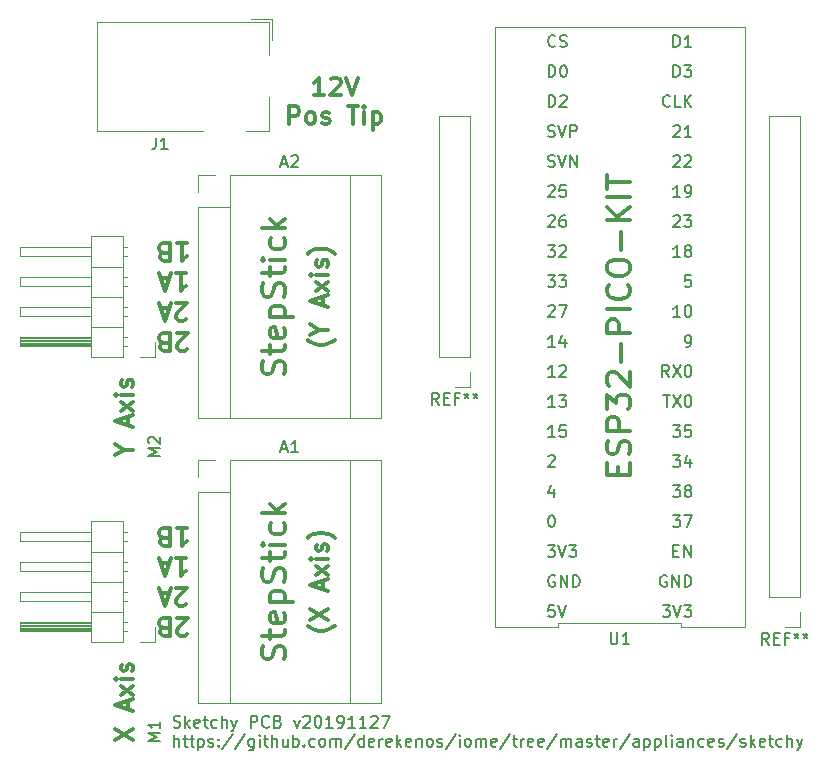
<source format=gbr>
G04 #@! TF.GenerationSoftware,KiCad,Pcbnew,5.99.0-unknown-c3175b4~86~ubuntu16.04.1*
G04 #@! TF.CreationDate,2019-11-28T09:11:42-05:00*
G04 #@! TF.ProjectId,sketchy_v2,736b6574-6368-4795-9f76-322e6b696361,rev?*
G04 #@! TF.SameCoordinates,Original*
G04 #@! TF.FileFunction,Legend,Top*
G04 #@! TF.FilePolarity,Positive*
%FSLAX46Y46*%
G04 Gerber Fmt 4.6, Leading zero omitted, Abs format (unit mm)*
G04 Created by KiCad (PCBNEW 5.99.0-unknown-c3175b4~86~ubuntu16.04.1) date 2019-11-28 09:11:42*
%MOMM*%
%LPD*%
G04 APERTURE LIST*
%ADD10C,0.300000*%
%ADD11C,0.200000*%
%ADD12C,0.120000*%
%ADD13C,0.150000*%
G04 APERTURE END LIST*
D10*
X151110000Y-125562857D02*
X151038571Y-125634285D01*
X150824285Y-125777142D01*
X150681428Y-125848571D01*
X150467142Y-125920000D01*
X150110000Y-125991428D01*
X149824285Y-125991428D01*
X149467142Y-125920000D01*
X149252857Y-125848571D01*
X149110000Y-125777142D01*
X148895714Y-125634285D01*
X148824285Y-125562857D01*
X149824285Y-124705714D02*
X150538571Y-124705714D01*
X149038571Y-125205714D02*
X149824285Y-124705714D01*
X149038571Y-124205714D01*
X150110000Y-122634285D02*
X150110000Y-121920000D01*
X150538571Y-122777142D02*
X149038571Y-122277142D01*
X150538571Y-121777142D01*
X150538571Y-121420000D02*
X149538571Y-120634285D01*
X149538571Y-121420000D02*
X150538571Y-120634285D01*
X150538571Y-120062857D02*
X149538571Y-120062857D01*
X149038571Y-120062857D02*
X149110000Y-120134285D01*
X149181428Y-120062857D01*
X149110000Y-119991428D01*
X149038571Y-120062857D01*
X149181428Y-120062857D01*
X150467142Y-119420000D02*
X150538571Y-119277142D01*
X150538571Y-118991428D01*
X150467142Y-118848571D01*
X150324285Y-118777142D01*
X150252857Y-118777142D01*
X150110000Y-118848571D01*
X150038571Y-118991428D01*
X150038571Y-119205714D01*
X149967142Y-119348571D01*
X149824285Y-119420000D01*
X149752857Y-119420000D01*
X149610000Y-119348571D01*
X149538571Y-119205714D01*
X149538571Y-118991428D01*
X149610000Y-118848571D01*
X151110000Y-118277142D02*
X151038571Y-118205714D01*
X150824285Y-118062857D01*
X150681428Y-117991428D01*
X150467142Y-117920000D01*
X150110000Y-117848571D01*
X149824285Y-117848571D01*
X149467142Y-117920000D01*
X149252857Y-117991428D01*
X149110000Y-118062857D01*
X148895714Y-118205714D01*
X148824285Y-118277142D01*
X151110000Y-149764285D02*
X151038571Y-149835714D01*
X150824285Y-149978571D01*
X150681428Y-150050000D01*
X150467142Y-150121428D01*
X150110000Y-150192857D01*
X149824285Y-150192857D01*
X149467142Y-150121428D01*
X149252857Y-150050000D01*
X149110000Y-149978571D01*
X148895714Y-149835714D01*
X148824285Y-149764285D01*
X149038571Y-149335714D02*
X150538571Y-148335714D01*
X149038571Y-148335714D02*
X150538571Y-149335714D01*
X150110000Y-146692857D02*
X150110000Y-145978571D01*
X150538571Y-146835714D02*
X149038571Y-146335714D01*
X150538571Y-145835714D01*
X150538571Y-145478571D02*
X149538571Y-144692857D01*
X149538571Y-145478571D02*
X150538571Y-144692857D01*
X150538571Y-144121428D02*
X149538571Y-144121428D01*
X149038571Y-144121428D02*
X149110000Y-144192857D01*
X149181428Y-144121428D01*
X149110000Y-144050000D01*
X149038571Y-144121428D01*
X149181428Y-144121428D01*
X150467142Y-143478571D02*
X150538571Y-143335714D01*
X150538571Y-143050000D01*
X150467142Y-142907142D01*
X150324285Y-142835714D01*
X150252857Y-142835714D01*
X150110000Y-142907142D01*
X150038571Y-143050000D01*
X150038571Y-143264285D01*
X149967142Y-143407142D01*
X149824285Y-143478571D01*
X149752857Y-143478571D01*
X149610000Y-143407142D01*
X149538571Y-143264285D01*
X149538571Y-143050000D01*
X149610000Y-142907142D01*
X151110000Y-142335714D02*
X151038571Y-142264285D01*
X150824285Y-142121428D01*
X150681428Y-142050000D01*
X150467142Y-141978571D01*
X150110000Y-141907142D01*
X149824285Y-141907142D01*
X149467142Y-141978571D01*
X149252857Y-142050000D01*
X149110000Y-142121428D01*
X148895714Y-142264285D01*
X148824285Y-142335714D01*
X146859523Y-128491428D02*
X146954761Y-128205714D01*
X146954761Y-127729523D01*
X146859523Y-127539047D01*
X146764285Y-127443809D01*
X146573809Y-127348571D01*
X146383333Y-127348571D01*
X146192857Y-127443809D01*
X146097619Y-127539047D01*
X146002380Y-127729523D01*
X145907142Y-128110476D01*
X145811904Y-128300952D01*
X145716666Y-128396190D01*
X145526190Y-128491428D01*
X145335714Y-128491428D01*
X145145238Y-128396190D01*
X145050000Y-128300952D01*
X144954761Y-128110476D01*
X144954761Y-127634285D01*
X145050000Y-127348571D01*
X145621428Y-126777142D02*
X145621428Y-126015238D01*
X144954761Y-126491428D02*
X146669047Y-126491428D01*
X146859523Y-126396190D01*
X146954761Y-126205714D01*
X146954761Y-126015238D01*
X146859523Y-124586666D02*
X146954761Y-124777142D01*
X146954761Y-125158095D01*
X146859523Y-125348571D01*
X146669047Y-125443809D01*
X145907142Y-125443809D01*
X145716666Y-125348571D01*
X145621428Y-125158095D01*
X145621428Y-124777142D01*
X145716666Y-124586666D01*
X145907142Y-124491428D01*
X146097619Y-124491428D01*
X146288095Y-125443809D01*
X145621428Y-123634285D02*
X147621428Y-123634285D01*
X145716666Y-123634285D02*
X145621428Y-123443809D01*
X145621428Y-123062857D01*
X145716666Y-122872380D01*
X145811904Y-122777142D01*
X146002380Y-122681904D01*
X146573809Y-122681904D01*
X146764285Y-122777142D01*
X146859523Y-122872380D01*
X146954761Y-123062857D01*
X146954761Y-123443809D01*
X146859523Y-123634285D01*
X146859523Y-121920000D02*
X146954761Y-121634285D01*
X146954761Y-121158095D01*
X146859523Y-120967619D01*
X146764285Y-120872380D01*
X146573809Y-120777142D01*
X146383333Y-120777142D01*
X146192857Y-120872380D01*
X146097619Y-120967619D01*
X146002380Y-121158095D01*
X145907142Y-121539047D01*
X145811904Y-121729523D01*
X145716666Y-121824761D01*
X145526190Y-121920000D01*
X145335714Y-121920000D01*
X145145238Y-121824761D01*
X145050000Y-121729523D01*
X144954761Y-121539047D01*
X144954761Y-121062857D01*
X145050000Y-120777142D01*
X145621428Y-120205714D02*
X145621428Y-119443809D01*
X144954761Y-119920000D02*
X146669047Y-119920000D01*
X146859523Y-119824761D01*
X146954761Y-119634285D01*
X146954761Y-119443809D01*
X146954761Y-118777142D02*
X145621428Y-118777142D01*
X144954761Y-118777142D02*
X145050000Y-118872380D01*
X145145238Y-118777142D01*
X145050000Y-118681904D01*
X144954761Y-118777142D01*
X145145238Y-118777142D01*
X146859523Y-116967619D02*
X146954761Y-117158095D01*
X146954761Y-117539047D01*
X146859523Y-117729523D01*
X146764285Y-117824761D01*
X146573809Y-117920000D01*
X146002380Y-117920000D01*
X145811904Y-117824761D01*
X145716666Y-117729523D01*
X145621428Y-117539047D01*
X145621428Y-117158095D01*
X145716666Y-116967619D01*
X146954761Y-116110476D02*
X144954761Y-116110476D01*
X146192857Y-115920000D02*
X146954761Y-115348571D01*
X145621428Y-115348571D02*
X146383333Y-116110476D01*
X146859523Y-152621428D02*
X146954761Y-152335714D01*
X146954761Y-151859523D01*
X146859523Y-151669047D01*
X146764285Y-151573809D01*
X146573809Y-151478571D01*
X146383333Y-151478571D01*
X146192857Y-151573809D01*
X146097619Y-151669047D01*
X146002380Y-151859523D01*
X145907142Y-152240476D01*
X145811904Y-152430952D01*
X145716666Y-152526190D01*
X145526190Y-152621428D01*
X145335714Y-152621428D01*
X145145238Y-152526190D01*
X145050000Y-152430952D01*
X144954761Y-152240476D01*
X144954761Y-151764285D01*
X145050000Y-151478571D01*
X145621428Y-150907142D02*
X145621428Y-150145238D01*
X144954761Y-150621428D02*
X146669047Y-150621428D01*
X146859523Y-150526190D01*
X146954761Y-150335714D01*
X146954761Y-150145238D01*
X146859523Y-148716666D02*
X146954761Y-148907142D01*
X146954761Y-149288095D01*
X146859523Y-149478571D01*
X146669047Y-149573809D01*
X145907142Y-149573809D01*
X145716666Y-149478571D01*
X145621428Y-149288095D01*
X145621428Y-148907142D01*
X145716666Y-148716666D01*
X145907142Y-148621428D01*
X146097619Y-148621428D01*
X146288095Y-149573809D01*
X145621428Y-147764285D02*
X147621428Y-147764285D01*
X145716666Y-147764285D02*
X145621428Y-147573809D01*
X145621428Y-147192857D01*
X145716666Y-147002380D01*
X145811904Y-146907142D01*
X146002380Y-146811904D01*
X146573809Y-146811904D01*
X146764285Y-146907142D01*
X146859523Y-147002380D01*
X146954761Y-147192857D01*
X146954761Y-147573809D01*
X146859523Y-147764285D01*
X146859523Y-146050000D02*
X146954761Y-145764285D01*
X146954761Y-145288095D01*
X146859523Y-145097619D01*
X146764285Y-145002380D01*
X146573809Y-144907142D01*
X146383333Y-144907142D01*
X146192857Y-145002380D01*
X146097619Y-145097619D01*
X146002380Y-145288095D01*
X145907142Y-145669047D01*
X145811904Y-145859523D01*
X145716666Y-145954761D01*
X145526190Y-146050000D01*
X145335714Y-146050000D01*
X145145238Y-145954761D01*
X145050000Y-145859523D01*
X144954761Y-145669047D01*
X144954761Y-145192857D01*
X145050000Y-144907142D01*
X145621428Y-144335714D02*
X145621428Y-143573809D01*
X144954761Y-144050000D02*
X146669047Y-144050000D01*
X146859523Y-143954761D01*
X146954761Y-143764285D01*
X146954761Y-143573809D01*
X146954761Y-142907142D02*
X145621428Y-142907142D01*
X144954761Y-142907142D02*
X145050000Y-143002380D01*
X145145238Y-142907142D01*
X145050000Y-142811904D01*
X144954761Y-142907142D01*
X145145238Y-142907142D01*
X146859523Y-141097619D02*
X146954761Y-141288095D01*
X146954761Y-141669047D01*
X146859523Y-141859523D01*
X146764285Y-141954761D01*
X146573809Y-142050000D01*
X146002380Y-142050000D01*
X145811904Y-141954761D01*
X145716666Y-141859523D01*
X145621428Y-141669047D01*
X145621428Y-141288095D01*
X145716666Y-141097619D01*
X146954761Y-140240476D02*
X144954761Y-140240476D01*
X146192857Y-140050000D02*
X146954761Y-139478571D01*
X145621428Y-139478571D02*
X146383333Y-140240476D01*
D11*
X137480476Y-158349761D02*
X137623333Y-158397380D01*
X137861428Y-158397380D01*
X137956666Y-158349761D01*
X138004285Y-158302142D01*
X138051904Y-158206904D01*
X138051904Y-158111666D01*
X138004285Y-158016428D01*
X137956666Y-157968809D01*
X137861428Y-157921190D01*
X137670952Y-157873571D01*
X137575714Y-157825952D01*
X137528095Y-157778333D01*
X137480476Y-157683095D01*
X137480476Y-157587857D01*
X137528095Y-157492619D01*
X137575714Y-157445000D01*
X137670952Y-157397380D01*
X137909047Y-157397380D01*
X138051904Y-157445000D01*
X138480476Y-158397380D02*
X138480476Y-157397380D01*
X138575714Y-158016428D02*
X138861428Y-158397380D01*
X138861428Y-157730714D02*
X138480476Y-158111666D01*
X139670952Y-158349761D02*
X139575714Y-158397380D01*
X139385238Y-158397380D01*
X139290000Y-158349761D01*
X139242380Y-158254523D01*
X139242380Y-157873571D01*
X139290000Y-157778333D01*
X139385238Y-157730714D01*
X139575714Y-157730714D01*
X139670952Y-157778333D01*
X139718571Y-157873571D01*
X139718571Y-157968809D01*
X139242380Y-158064047D01*
X140004285Y-157730714D02*
X140385238Y-157730714D01*
X140147142Y-157397380D02*
X140147142Y-158254523D01*
X140194761Y-158349761D01*
X140290000Y-158397380D01*
X140385238Y-158397380D01*
X141147142Y-158349761D02*
X141051904Y-158397380D01*
X140861428Y-158397380D01*
X140766190Y-158349761D01*
X140718571Y-158302142D01*
X140670952Y-158206904D01*
X140670952Y-157921190D01*
X140718571Y-157825952D01*
X140766190Y-157778333D01*
X140861428Y-157730714D01*
X141051904Y-157730714D01*
X141147142Y-157778333D01*
X141575714Y-158397380D02*
X141575714Y-157397380D01*
X142004285Y-158397380D02*
X142004285Y-157873571D01*
X141956666Y-157778333D01*
X141861428Y-157730714D01*
X141718571Y-157730714D01*
X141623333Y-157778333D01*
X141575714Y-157825952D01*
X142385238Y-157730714D02*
X142623333Y-158397380D01*
X142861428Y-157730714D02*
X142623333Y-158397380D01*
X142528095Y-158635476D01*
X142480476Y-158683095D01*
X142385238Y-158730714D01*
X144004285Y-158397380D02*
X144004285Y-157397380D01*
X144385238Y-157397380D01*
X144480476Y-157445000D01*
X144528095Y-157492619D01*
X144575714Y-157587857D01*
X144575714Y-157730714D01*
X144528095Y-157825952D01*
X144480476Y-157873571D01*
X144385238Y-157921190D01*
X144004285Y-157921190D01*
X145575714Y-158302142D02*
X145528095Y-158349761D01*
X145385238Y-158397380D01*
X145290000Y-158397380D01*
X145147142Y-158349761D01*
X145051904Y-158254523D01*
X145004285Y-158159285D01*
X144956666Y-157968809D01*
X144956666Y-157825952D01*
X145004285Y-157635476D01*
X145051904Y-157540238D01*
X145147142Y-157445000D01*
X145290000Y-157397380D01*
X145385238Y-157397380D01*
X145528095Y-157445000D01*
X145575714Y-157492619D01*
X146337619Y-157873571D02*
X146480476Y-157921190D01*
X146528095Y-157968809D01*
X146575714Y-158064047D01*
X146575714Y-158206904D01*
X146528095Y-158302142D01*
X146480476Y-158349761D01*
X146385238Y-158397380D01*
X146004285Y-158397380D01*
X146004285Y-157397380D01*
X146337619Y-157397380D01*
X146432857Y-157445000D01*
X146480476Y-157492619D01*
X146528095Y-157587857D01*
X146528095Y-157683095D01*
X146480476Y-157778333D01*
X146432857Y-157825952D01*
X146337619Y-157873571D01*
X146004285Y-157873571D01*
X147670952Y-157730714D02*
X147909047Y-158397380D01*
X148147142Y-157730714D01*
X148480476Y-157492619D02*
X148528095Y-157445000D01*
X148623333Y-157397380D01*
X148861428Y-157397380D01*
X148956666Y-157445000D01*
X149004285Y-157492619D01*
X149051904Y-157587857D01*
X149051904Y-157683095D01*
X149004285Y-157825952D01*
X148432857Y-158397380D01*
X149051904Y-158397380D01*
X149670952Y-157397380D02*
X149766190Y-157397380D01*
X149861428Y-157445000D01*
X149909047Y-157492619D01*
X149956666Y-157587857D01*
X150004285Y-157778333D01*
X150004285Y-158016428D01*
X149956666Y-158206904D01*
X149909047Y-158302142D01*
X149861428Y-158349761D01*
X149766190Y-158397380D01*
X149670952Y-158397380D01*
X149575714Y-158349761D01*
X149528095Y-158302142D01*
X149480476Y-158206904D01*
X149432857Y-158016428D01*
X149432857Y-157778333D01*
X149480476Y-157587857D01*
X149528095Y-157492619D01*
X149575714Y-157445000D01*
X149670952Y-157397380D01*
X150956666Y-158397380D02*
X150385238Y-158397380D01*
X150670952Y-158397380D02*
X150670952Y-157397380D01*
X150575714Y-157540238D01*
X150480476Y-157635476D01*
X150385238Y-157683095D01*
X151432857Y-158397380D02*
X151623333Y-158397380D01*
X151718571Y-158349761D01*
X151766190Y-158302142D01*
X151861428Y-158159285D01*
X151909047Y-157968809D01*
X151909047Y-157587857D01*
X151861428Y-157492619D01*
X151813809Y-157445000D01*
X151718571Y-157397380D01*
X151528095Y-157397380D01*
X151432857Y-157445000D01*
X151385238Y-157492619D01*
X151337619Y-157587857D01*
X151337619Y-157825952D01*
X151385238Y-157921190D01*
X151432857Y-157968809D01*
X151528095Y-158016428D01*
X151718571Y-158016428D01*
X151813809Y-157968809D01*
X151861428Y-157921190D01*
X151909047Y-157825952D01*
X152861428Y-158397380D02*
X152290000Y-158397380D01*
X152575714Y-158397380D02*
X152575714Y-157397380D01*
X152480476Y-157540238D01*
X152385238Y-157635476D01*
X152290000Y-157683095D01*
X153813809Y-158397380D02*
X153242380Y-158397380D01*
X153528095Y-158397380D02*
X153528095Y-157397380D01*
X153432857Y-157540238D01*
X153337619Y-157635476D01*
X153242380Y-157683095D01*
X154194761Y-157492619D02*
X154242380Y-157445000D01*
X154337619Y-157397380D01*
X154575714Y-157397380D01*
X154670952Y-157445000D01*
X154718571Y-157492619D01*
X154766190Y-157587857D01*
X154766190Y-157683095D01*
X154718571Y-157825952D01*
X154147142Y-158397380D01*
X154766190Y-158397380D01*
X155099523Y-157397380D02*
X155766190Y-157397380D01*
X155337619Y-158397380D01*
X137528095Y-160007380D02*
X137528095Y-159007380D01*
X137956666Y-160007380D02*
X137956666Y-159483571D01*
X137909047Y-159388333D01*
X137813809Y-159340714D01*
X137670952Y-159340714D01*
X137575714Y-159388333D01*
X137528095Y-159435952D01*
X138290000Y-159340714D02*
X138670952Y-159340714D01*
X138432857Y-159007380D02*
X138432857Y-159864523D01*
X138480476Y-159959761D01*
X138575714Y-160007380D01*
X138670952Y-160007380D01*
X138861428Y-159340714D02*
X139242380Y-159340714D01*
X139004285Y-159007380D02*
X139004285Y-159864523D01*
X139051904Y-159959761D01*
X139147142Y-160007380D01*
X139242380Y-160007380D01*
X139575714Y-159340714D02*
X139575714Y-160340714D01*
X139575714Y-159388333D02*
X139670952Y-159340714D01*
X139861428Y-159340714D01*
X139956666Y-159388333D01*
X140004285Y-159435952D01*
X140051904Y-159531190D01*
X140051904Y-159816904D01*
X140004285Y-159912142D01*
X139956666Y-159959761D01*
X139861428Y-160007380D01*
X139670952Y-160007380D01*
X139575714Y-159959761D01*
X140432857Y-159959761D02*
X140528095Y-160007380D01*
X140718571Y-160007380D01*
X140813809Y-159959761D01*
X140861428Y-159864523D01*
X140861428Y-159816904D01*
X140813809Y-159721666D01*
X140718571Y-159674047D01*
X140575714Y-159674047D01*
X140480476Y-159626428D01*
X140432857Y-159531190D01*
X140432857Y-159483571D01*
X140480476Y-159388333D01*
X140575714Y-159340714D01*
X140718571Y-159340714D01*
X140813809Y-159388333D01*
X141290000Y-159912142D02*
X141337619Y-159959761D01*
X141290000Y-160007380D01*
X141242380Y-159959761D01*
X141290000Y-159912142D01*
X141290000Y-160007380D01*
X141290000Y-159388333D02*
X141337619Y-159435952D01*
X141290000Y-159483571D01*
X141242380Y-159435952D01*
X141290000Y-159388333D01*
X141290000Y-159483571D01*
X142480476Y-158959761D02*
X141623333Y-160245476D01*
X143528095Y-158959761D02*
X142670952Y-160245476D01*
X144290000Y-159340714D02*
X144290000Y-160150238D01*
X144242380Y-160245476D01*
X144194761Y-160293095D01*
X144099523Y-160340714D01*
X143956666Y-160340714D01*
X143861428Y-160293095D01*
X144290000Y-159959761D02*
X144194761Y-160007380D01*
X144004285Y-160007380D01*
X143909047Y-159959761D01*
X143861428Y-159912142D01*
X143813809Y-159816904D01*
X143813809Y-159531190D01*
X143861428Y-159435952D01*
X143909047Y-159388333D01*
X144004285Y-159340714D01*
X144194761Y-159340714D01*
X144290000Y-159388333D01*
X144766190Y-160007380D02*
X144766190Y-159340714D01*
X144766190Y-159007380D02*
X144718571Y-159055000D01*
X144766190Y-159102619D01*
X144813809Y-159055000D01*
X144766190Y-159007380D01*
X144766190Y-159102619D01*
X145099523Y-159340714D02*
X145480476Y-159340714D01*
X145242380Y-159007380D02*
X145242380Y-159864523D01*
X145290000Y-159959761D01*
X145385238Y-160007380D01*
X145480476Y-160007380D01*
X145813809Y-160007380D02*
X145813809Y-159007380D01*
X146242380Y-160007380D02*
X146242380Y-159483571D01*
X146194761Y-159388333D01*
X146099523Y-159340714D01*
X145956666Y-159340714D01*
X145861428Y-159388333D01*
X145813809Y-159435952D01*
X147147142Y-159340714D02*
X147147142Y-160007380D01*
X146718571Y-159340714D02*
X146718571Y-159864523D01*
X146766190Y-159959761D01*
X146861428Y-160007380D01*
X147004285Y-160007380D01*
X147099523Y-159959761D01*
X147147142Y-159912142D01*
X147623333Y-160007380D02*
X147623333Y-159007380D01*
X147623333Y-159388333D02*
X147718571Y-159340714D01*
X147909047Y-159340714D01*
X148004285Y-159388333D01*
X148051904Y-159435952D01*
X148099523Y-159531190D01*
X148099523Y-159816904D01*
X148051904Y-159912142D01*
X148004285Y-159959761D01*
X147909047Y-160007380D01*
X147718571Y-160007380D01*
X147623333Y-159959761D01*
X148528095Y-159912142D02*
X148575714Y-159959761D01*
X148528095Y-160007380D01*
X148480476Y-159959761D01*
X148528095Y-159912142D01*
X148528095Y-160007380D01*
X149432857Y-159959761D02*
X149337619Y-160007380D01*
X149147142Y-160007380D01*
X149051904Y-159959761D01*
X149004285Y-159912142D01*
X148956666Y-159816904D01*
X148956666Y-159531190D01*
X149004285Y-159435952D01*
X149051904Y-159388333D01*
X149147142Y-159340714D01*
X149337619Y-159340714D01*
X149432857Y-159388333D01*
X150004285Y-160007380D02*
X149909047Y-159959761D01*
X149861428Y-159912142D01*
X149813809Y-159816904D01*
X149813809Y-159531190D01*
X149861428Y-159435952D01*
X149909047Y-159388333D01*
X150004285Y-159340714D01*
X150147142Y-159340714D01*
X150242380Y-159388333D01*
X150290000Y-159435952D01*
X150337619Y-159531190D01*
X150337619Y-159816904D01*
X150290000Y-159912142D01*
X150242380Y-159959761D01*
X150147142Y-160007380D01*
X150004285Y-160007380D01*
X150766190Y-160007380D02*
X150766190Y-159340714D01*
X150766190Y-159435952D02*
X150813809Y-159388333D01*
X150909047Y-159340714D01*
X151051904Y-159340714D01*
X151147142Y-159388333D01*
X151194761Y-159483571D01*
X151194761Y-160007380D01*
X151194761Y-159483571D02*
X151242380Y-159388333D01*
X151337619Y-159340714D01*
X151480476Y-159340714D01*
X151575714Y-159388333D01*
X151623333Y-159483571D01*
X151623333Y-160007380D01*
X152813809Y-158959761D02*
X151956666Y-160245476D01*
X153575714Y-160007380D02*
X153575714Y-159007380D01*
X153575714Y-159959761D02*
X153480476Y-160007380D01*
X153290000Y-160007380D01*
X153194761Y-159959761D01*
X153147142Y-159912142D01*
X153099523Y-159816904D01*
X153099523Y-159531190D01*
X153147142Y-159435952D01*
X153194761Y-159388333D01*
X153290000Y-159340714D01*
X153480476Y-159340714D01*
X153575714Y-159388333D01*
X154432857Y-159959761D02*
X154337619Y-160007380D01*
X154147142Y-160007380D01*
X154051904Y-159959761D01*
X154004285Y-159864523D01*
X154004285Y-159483571D01*
X154051904Y-159388333D01*
X154147142Y-159340714D01*
X154337619Y-159340714D01*
X154432857Y-159388333D01*
X154480476Y-159483571D01*
X154480476Y-159578809D01*
X154004285Y-159674047D01*
X154909047Y-160007380D02*
X154909047Y-159340714D01*
X154909047Y-159531190D02*
X154956666Y-159435952D01*
X155004285Y-159388333D01*
X155099523Y-159340714D01*
X155194761Y-159340714D01*
X155909047Y-159959761D02*
X155813809Y-160007380D01*
X155623333Y-160007380D01*
X155528095Y-159959761D01*
X155480476Y-159864523D01*
X155480476Y-159483571D01*
X155528095Y-159388333D01*
X155623333Y-159340714D01*
X155813809Y-159340714D01*
X155909047Y-159388333D01*
X155956666Y-159483571D01*
X155956666Y-159578809D01*
X155480476Y-159674047D01*
X156385238Y-160007380D02*
X156385238Y-159007380D01*
X156480476Y-159626428D02*
X156766190Y-160007380D01*
X156766190Y-159340714D02*
X156385238Y-159721666D01*
X157575714Y-159959761D02*
X157480476Y-160007380D01*
X157290000Y-160007380D01*
X157194761Y-159959761D01*
X157147142Y-159864523D01*
X157147142Y-159483571D01*
X157194761Y-159388333D01*
X157290000Y-159340714D01*
X157480476Y-159340714D01*
X157575714Y-159388333D01*
X157623333Y-159483571D01*
X157623333Y-159578809D01*
X157147142Y-159674047D01*
X158051904Y-159340714D02*
X158051904Y-160007380D01*
X158051904Y-159435952D02*
X158099523Y-159388333D01*
X158194761Y-159340714D01*
X158337619Y-159340714D01*
X158432857Y-159388333D01*
X158480476Y-159483571D01*
X158480476Y-160007380D01*
X159099523Y-160007380D02*
X159004285Y-159959761D01*
X158956666Y-159912142D01*
X158909047Y-159816904D01*
X158909047Y-159531190D01*
X158956666Y-159435952D01*
X159004285Y-159388333D01*
X159099523Y-159340714D01*
X159242380Y-159340714D01*
X159337619Y-159388333D01*
X159385238Y-159435952D01*
X159432857Y-159531190D01*
X159432857Y-159816904D01*
X159385238Y-159912142D01*
X159337619Y-159959761D01*
X159242380Y-160007380D01*
X159099523Y-160007380D01*
X159813809Y-159959761D02*
X159909047Y-160007380D01*
X160099523Y-160007380D01*
X160194761Y-159959761D01*
X160242380Y-159864523D01*
X160242380Y-159816904D01*
X160194761Y-159721666D01*
X160099523Y-159674047D01*
X159956666Y-159674047D01*
X159861428Y-159626428D01*
X159813809Y-159531190D01*
X159813809Y-159483571D01*
X159861428Y-159388333D01*
X159956666Y-159340714D01*
X160099523Y-159340714D01*
X160194761Y-159388333D01*
X161385238Y-158959761D02*
X160528095Y-160245476D01*
X161718571Y-160007380D02*
X161718571Y-159340714D01*
X161718571Y-159007380D02*
X161670952Y-159055000D01*
X161718571Y-159102619D01*
X161766190Y-159055000D01*
X161718571Y-159007380D01*
X161718571Y-159102619D01*
X162337619Y-160007380D02*
X162242380Y-159959761D01*
X162194761Y-159912142D01*
X162147142Y-159816904D01*
X162147142Y-159531190D01*
X162194761Y-159435952D01*
X162242380Y-159388333D01*
X162337619Y-159340714D01*
X162480476Y-159340714D01*
X162575714Y-159388333D01*
X162623333Y-159435952D01*
X162670952Y-159531190D01*
X162670952Y-159816904D01*
X162623333Y-159912142D01*
X162575714Y-159959761D01*
X162480476Y-160007380D01*
X162337619Y-160007380D01*
X163099523Y-160007380D02*
X163099523Y-159340714D01*
X163099523Y-159435952D02*
X163147142Y-159388333D01*
X163242380Y-159340714D01*
X163385238Y-159340714D01*
X163480476Y-159388333D01*
X163528095Y-159483571D01*
X163528095Y-160007380D01*
X163528095Y-159483571D02*
X163575714Y-159388333D01*
X163670952Y-159340714D01*
X163813809Y-159340714D01*
X163909047Y-159388333D01*
X163956666Y-159483571D01*
X163956666Y-160007380D01*
X164813809Y-159959761D02*
X164718571Y-160007380D01*
X164528095Y-160007380D01*
X164432857Y-159959761D01*
X164385238Y-159864523D01*
X164385238Y-159483571D01*
X164432857Y-159388333D01*
X164528095Y-159340714D01*
X164718571Y-159340714D01*
X164813809Y-159388333D01*
X164861428Y-159483571D01*
X164861428Y-159578809D01*
X164385238Y-159674047D01*
X166004285Y-158959761D02*
X165147142Y-160245476D01*
X166194761Y-159340714D02*
X166575714Y-159340714D01*
X166337619Y-159007380D02*
X166337619Y-159864523D01*
X166385238Y-159959761D01*
X166480476Y-160007380D01*
X166575714Y-160007380D01*
X166909047Y-160007380D02*
X166909047Y-159340714D01*
X166909047Y-159531190D02*
X166956666Y-159435952D01*
X167004285Y-159388333D01*
X167099523Y-159340714D01*
X167194761Y-159340714D01*
X167909047Y-159959761D02*
X167813809Y-160007380D01*
X167623333Y-160007380D01*
X167528095Y-159959761D01*
X167480476Y-159864523D01*
X167480476Y-159483571D01*
X167528095Y-159388333D01*
X167623333Y-159340714D01*
X167813809Y-159340714D01*
X167909047Y-159388333D01*
X167956666Y-159483571D01*
X167956666Y-159578809D01*
X167480476Y-159674047D01*
X168766190Y-159959761D02*
X168670952Y-160007380D01*
X168480476Y-160007380D01*
X168385238Y-159959761D01*
X168337619Y-159864523D01*
X168337619Y-159483571D01*
X168385238Y-159388333D01*
X168480476Y-159340714D01*
X168670952Y-159340714D01*
X168766190Y-159388333D01*
X168813809Y-159483571D01*
X168813809Y-159578809D01*
X168337619Y-159674047D01*
X169956666Y-158959761D02*
X169099523Y-160245476D01*
X170290000Y-160007380D02*
X170290000Y-159340714D01*
X170290000Y-159435952D02*
X170337619Y-159388333D01*
X170432857Y-159340714D01*
X170575714Y-159340714D01*
X170670952Y-159388333D01*
X170718571Y-159483571D01*
X170718571Y-160007380D01*
X170718571Y-159483571D02*
X170766190Y-159388333D01*
X170861428Y-159340714D01*
X171004285Y-159340714D01*
X171099523Y-159388333D01*
X171147142Y-159483571D01*
X171147142Y-160007380D01*
X172051904Y-160007380D02*
X172051904Y-159483571D01*
X172004285Y-159388333D01*
X171909047Y-159340714D01*
X171718571Y-159340714D01*
X171623333Y-159388333D01*
X172051904Y-159959761D02*
X171956666Y-160007380D01*
X171718571Y-160007380D01*
X171623333Y-159959761D01*
X171575714Y-159864523D01*
X171575714Y-159769285D01*
X171623333Y-159674047D01*
X171718571Y-159626428D01*
X171956666Y-159626428D01*
X172051904Y-159578809D01*
X172480476Y-159959761D02*
X172575714Y-160007380D01*
X172766190Y-160007380D01*
X172861428Y-159959761D01*
X172909047Y-159864523D01*
X172909047Y-159816904D01*
X172861428Y-159721666D01*
X172766190Y-159674047D01*
X172623333Y-159674047D01*
X172528095Y-159626428D01*
X172480476Y-159531190D01*
X172480476Y-159483571D01*
X172528095Y-159388333D01*
X172623333Y-159340714D01*
X172766190Y-159340714D01*
X172861428Y-159388333D01*
X173194761Y-159340714D02*
X173575714Y-159340714D01*
X173337619Y-159007380D02*
X173337619Y-159864523D01*
X173385238Y-159959761D01*
X173480476Y-160007380D01*
X173575714Y-160007380D01*
X174290000Y-159959761D02*
X174194761Y-160007380D01*
X174004285Y-160007380D01*
X173909047Y-159959761D01*
X173861428Y-159864523D01*
X173861428Y-159483571D01*
X173909047Y-159388333D01*
X174004285Y-159340714D01*
X174194761Y-159340714D01*
X174290000Y-159388333D01*
X174337619Y-159483571D01*
X174337619Y-159578809D01*
X173861428Y-159674047D01*
X174766190Y-160007380D02*
X174766190Y-159340714D01*
X174766190Y-159531190D02*
X174813809Y-159435952D01*
X174861428Y-159388333D01*
X174956666Y-159340714D01*
X175051904Y-159340714D01*
X176099523Y-158959761D02*
X175242380Y-160245476D01*
X176861428Y-160007380D02*
X176861428Y-159483571D01*
X176813809Y-159388333D01*
X176718571Y-159340714D01*
X176528095Y-159340714D01*
X176432857Y-159388333D01*
X176861428Y-159959761D02*
X176766190Y-160007380D01*
X176528095Y-160007380D01*
X176432857Y-159959761D01*
X176385238Y-159864523D01*
X176385238Y-159769285D01*
X176432857Y-159674047D01*
X176528095Y-159626428D01*
X176766190Y-159626428D01*
X176861428Y-159578809D01*
X177337619Y-159340714D02*
X177337619Y-160340714D01*
X177337619Y-159388333D02*
X177432857Y-159340714D01*
X177623333Y-159340714D01*
X177718571Y-159388333D01*
X177766190Y-159435952D01*
X177813809Y-159531190D01*
X177813809Y-159816904D01*
X177766190Y-159912142D01*
X177718571Y-159959761D01*
X177623333Y-160007380D01*
X177432857Y-160007380D01*
X177337619Y-159959761D01*
X178242380Y-159340714D02*
X178242380Y-160340714D01*
X178242380Y-159388333D02*
X178337619Y-159340714D01*
X178528095Y-159340714D01*
X178623333Y-159388333D01*
X178670952Y-159435952D01*
X178718571Y-159531190D01*
X178718571Y-159816904D01*
X178670952Y-159912142D01*
X178623333Y-159959761D01*
X178528095Y-160007380D01*
X178337619Y-160007380D01*
X178242380Y-159959761D01*
X179290000Y-160007380D02*
X179194761Y-159959761D01*
X179147142Y-159864523D01*
X179147142Y-159007380D01*
X179670952Y-160007380D02*
X179670952Y-159340714D01*
X179670952Y-159007380D02*
X179623333Y-159055000D01*
X179670952Y-159102619D01*
X179718571Y-159055000D01*
X179670952Y-159007380D01*
X179670952Y-159102619D01*
X180575714Y-160007380D02*
X180575714Y-159483571D01*
X180528095Y-159388333D01*
X180432857Y-159340714D01*
X180242380Y-159340714D01*
X180147142Y-159388333D01*
X180575714Y-159959761D02*
X180480476Y-160007380D01*
X180242380Y-160007380D01*
X180147142Y-159959761D01*
X180099523Y-159864523D01*
X180099523Y-159769285D01*
X180147142Y-159674047D01*
X180242380Y-159626428D01*
X180480476Y-159626428D01*
X180575714Y-159578809D01*
X181051904Y-159340714D02*
X181051904Y-160007380D01*
X181051904Y-159435952D02*
X181099523Y-159388333D01*
X181194761Y-159340714D01*
X181337619Y-159340714D01*
X181432857Y-159388333D01*
X181480476Y-159483571D01*
X181480476Y-160007380D01*
X182385238Y-159959761D02*
X182290000Y-160007380D01*
X182099523Y-160007380D01*
X182004285Y-159959761D01*
X181956666Y-159912142D01*
X181909047Y-159816904D01*
X181909047Y-159531190D01*
X181956666Y-159435952D01*
X182004285Y-159388333D01*
X182099523Y-159340714D01*
X182290000Y-159340714D01*
X182385238Y-159388333D01*
X183194761Y-159959761D02*
X183099523Y-160007380D01*
X182909047Y-160007380D01*
X182813809Y-159959761D01*
X182766190Y-159864523D01*
X182766190Y-159483571D01*
X182813809Y-159388333D01*
X182909047Y-159340714D01*
X183099523Y-159340714D01*
X183194761Y-159388333D01*
X183242380Y-159483571D01*
X183242380Y-159578809D01*
X182766190Y-159674047D01*
X183623333Y-159959761D02*
X183718571Y-160007380D01*
X183909047Y-160007380D01*
X184004285Y-159959761D01*
X184051904Y-159864523D01*
X184051904Y-159816904D01*
X184004285Y-159721666D01*
X183909047Y-159674047D01*
X183766190Y-159674047D01*
X183670952Y-159626428D01*
X183623333Y-159531190D01*
X183623333Y-159483571D01*
X183670952Y-159388333D01*
X183766190Y-159340714D01*
X183909047Y-159340714D01*
X184004285Y-159388333D01*
X185194761Y-158959761D02*
X184337619Y-160245476D01*
X185480476Y-159959761D02*
X185575714Y-160007380D01*
X185766190Y-160007380D01*
X185861428Y-159959761D01*
X185909047Y-159864523D01*
X185909047Y-159816904D01*
X185861428Y-159721666D01*
X185766190Y-159674047D01*
X185623333Y-159674047D01*
X185528095Y-159626428D01*
X185480476Y-159531190D01*
X185480476Y-159483571D01*
X185528095Y-159388333D01*
X185623333Y-159340714D01*
X185766190Y-159340714D01*
X185861428Y-159388333D01*
X186337619Y-160007380D02*
X186337619Y-159007380D01*
X186432857Y-159626428D02*
X186718571Y-160007380D01*
X186718571Y-159340714D02*
X186337619Y-159721666D01*
X187528095Y-159959761D02*
X187432857Y-160007380D01*
X187242380Y-160007380D01*
X187147142Y-159959761D01*
X187099523Y-159864523D01*
X187099523Y-159483571D01*
X187147142Y-159388333D01*
X187242380Y-159340714D01*
X187432857Y-159340714D01*
X187528095Y-159388333D01*
X187575714Y-159483571D01*
X187575714Y-159578809D01*
X187099523Y-159674047D01*
X187861428Y-159340714D02*
X188242380Y-159340714D01*
X188004285Y-159007380D02*
X188004285Y-159864523D01*
X188051904Y-159959761D01*
X188147142Y-160007380D01*
X188242380Y-160007380D01*
X189004285Y-159959761D02*
X188909047Y-160007380D01*
X188718571Y-160007380D01*
X188623333Y-159959761D01*
X188575714Y-159912142D01*
X188528095Y-159816904D01*
X188528095Y-159531190D01*
X188575714Y-159435952D01*
X188623333Y-159388333D01*
X188718571Y-159340714D01*
X188909047Y-159340714D01*
X189004285Y-159388333D01*
X189432857Y-160007380D02*
X189432857Y-159007380D01*
X189861428Y-160007380D02*
X189861428Y-159483571D01*
X189813809Y-159388333D01*
X189718571Y-159340714D01*
X189575714Y-159340714D01*
X189480476Y-159388333D01*
X189432857Y-159435952D01*
X190242380Y-159340714D02*
X190480476Y-160007380D01*
X190718571Y-159340714D02*
X190480476Y-160007380D01*
X190385238Y-160245476D01*
X190337619Y-160293095D01*
X190242380Y-160340714D01*
D10*
X150201428Y-104881071D02*
X149344285Y-104881071D01*
X149772857Y-104881071D02*
X149772857Y-103381071D01*
X149630000Y-103595357D01*
X149487142Y-103738214D01*
X149344285Y-103809642D01*
X150772857Y-103523928D02*
X150844285Y-103452500D01*
X150987142Y-103381071D01*
X151344285Y-103381071D01*
X151487142Y-103452500D01*
X151558571Y-103523928D01*
X151630000Y-103666785D01*
X151630000Y-103809642D01*
X151558571Y-104023928D01*
X150701428Y-104881071D01*
X151630000Y-104881071D01*
X152058571Y-103381071D02*
X152558571Y-104881071D01*
X153058571Y-103381071D01*
X147272857Y-107296071D02*
X147272857Y-105796071D01*
X147844285Y-105796071D01*
X147987142Y-105867500D01*
X148058571Y-105938928D01*
X148130000Y-106081785D01*
X148130000Y-106296071D01*
X148058571Y-106438928D01*
X147987142Y-106510357D01*
X147844285Y-106581785D01*
X147272857Y-106581785D01*
X148987142Y-107296071D02*
X148844285Y-107224642D01*
X148772857Y-107153214D01*
X148701428Y-107010357D01*
X148701428Y-106581785D01*
X148772857Y-106438928D01*
X148844285Y-106367500D01*
X148987142Y-106296071D01*
X149201428Y-106296071D01*
X149344285Y-106367500D01*
X149415714Y-106438928D01*
X149487142Y-106581785D01*
X149487142Y-107010357D01*
X149415714Y-107153214D01*
X149344285Y-107224642D01*
X149201428Y-107296071D01*
X148987142Y-107296071D01*
X150058571Y-107224642D02*
X150201428Y-107296071D01*
X150487142Y-107296071D01*
X150630000Y-107224642D01*
X150701428Y-107081785D01*
X150701428Y-107010357D01*
X150630000Y-106867500D01*
X150487142Y-106796071D01*
X150272857Y-106796071D01*
X150130000Y-106724642D01*
X150058571Y-106581785D01*
X150058571Y-106510357D01*
X150130000Y-106367500D01*
X150272857Y-106296071D01*
X150487142Y-106296071D01*
X150630000Y-106367500D01*
X152272857Y-105796071D02*
X153130000Y-105796071D01*
X152701428Y-107296071D02*
X152701428Y-105796071D01*
X153630000Y-107296071D02*
X153630000Y-106296071D01*
X153630000Y-105796071D02*
X153558571Y-105867500D01*
X153630000Y-105938928D01*
X153701428Y-105867500D01*
X153630000Y-105796071D01*
X153630000Y-105938928D01*
X154344285Y-106296071D02*
X154344285Y-107796071D01*
X154344285Y-106367500D02*
X154487142Y-106296071D01*
X154772857Y-106296071D01*
X154915714Y-106367500D01*
X154987142Y-106438928D01*
X155058571Y-106581785D01*
X155058571Y-107010357D01*
X154987142Y-107153214D01*
X154915714Y-107224642D01*
X154772857Y-107296071D01*
X154487142Y-107296071D01*
X154344285Y-107224642D01*
X138534438Y-123830101D02*
X138463010Y-123901530D01*
X138320152Y-123972958D01*
X137963010Y-123972958D01*
X137820152Y-123901530D01*
X137748724Y-123830101D01*
X137677295Y-123687244D01*
X137677295Y-123544387D01*
X137748724Y-123330101D01*
X138605867Y-122472958D01*
X137677295Y-122472958D01*
X137105867Y-122901530D02*
X136391581Y-122901530D01*
X137248724Y-122472958D02*
X136748724Y-123972958D01*
X136248724Y-122472958D01*
X137677295Y-119932958D02*
X138534438Y-119932958D01*
X138105867Y-119932958D02*
X138105867Y-121432958D01*
X138248724Y-121218672D01*
X138391581Y-121075815D01*
X138534438Y-121004387D01*
X137105867Y-120361530D02*
X136391581Y-120361530D01*
X137248724Y-119932958D02*
X136748724Y-121432958D01*
X136248724Y-119932958D01*
X137784438Y-117392958D02*
X138641581Y-117392958D01*
X138213010Y-117392958D02*
X138213010Y-118892958D01*
X138355867Y-118678672D01*
X138498724Y-118535815D01*
X138641581Y-118464387D01*
X136641581Y-118178672D02*
X136427295Y-118107244D01*
X136355867Y-118035815D01*
X136284438Y-117892958D01*
X136284438Y-117678672D01*
X136355867Y-117535815D01*
X136427295Y-117464387D01*
X136570152Y-117392958D01*
X137141581Y-117392958D01*
X137141581Y-118892958D01*
X136641581Y-118892958D01*
X136498724Y-118821530D01*
X136427295Y-118750101D01*
X136355867Y-118607244D01*
X136355867Y-118464387D01*
X136427295Y-118321530D01*
X136498724Y-118250101D01*
X136641581Y-118178672D01*
X137141581Y-118178672D01*
X138641581Y-126370101D02*
X138570152Y-126441530D01*
X138427295Y-126512958D01*
X138070152Y-126512958D01*
X137927295Y-126441530D01*
X137855867Y-126370101D01*
X137784438Y-126227244D01*
X137784438Y-126084387D01*
X137855867Y-125870101D01*
X138713010Y-125012958D01*
X137784438Y-125012958D01*
X136641581Y-125798672D02*
X136427295Y-125727244D01*
X136355867Y-125655815D01*
X136284438Y-125512958D01*
X136284438Y-125298672D01*
X136355867Y-125155815D01*
X136427295Y-125084387D01*
X136570152Y-125012958D01*
X137141581Y-125012958D01*
X137141581Y-126512958D01*
X136641581Y-126512958D01*
X136498724Y-126441530D01*
X136427295Y-126370101D01*
X136355867Y-126227244D01*
X136355867Y-126084387D01*
X136427295Y-125941530D01*
X136498724Y-125870101D01*
X136641581Y-125798672D01*
X137141581Y-125798672D01*
X138641581Y-150500101D02*
X138570152Y-150571530D01*
X138427295Y-150642958D01*
X138070152Y-150642958D01*
X137927295Y-150571530D01*
X137855867Y-150500101D01*
X137784438Y-150357244D01*
X137784438Y-150214387D01*
X137855867Y-150000101D01*
X138713010Y-149142958D01*
X137784438Y-149142958D01*
X136641581Y-149928672D02*
X136427295Y-149857244D01*
X136355867Y-149785815D01*
X136284438Y-149642958D01*
X136284438Y-149428672D01*
X136355867Y-149285815D01*
X136427295Y-149214387D01*
X136570152Y-149142958D01*
X137141581Y-149142958D01*
X137141581Y-150642958D01*
X136641581Y-150642958D01*
X136498724Y-150571530D01*
X136427295Y-150500101D01*
X136355867Y-150357244D01*
X136355867Y-150214387D01*
X136427295Y-150071530D01*
X136498724Y-150000101D01*
X136641581Y-149928672D01*
X137141581Y-149928672D01*
X138534438Y-147960101D02*
X138463010Y-148031530D01*
X138320152Y-148102958D01*
X137963010Y-148102958D01*
X137820152Y-148031530D01*
X137748724Y-147960101D01*
X137677295Y-147817244D01*
X137677295Y-147674387D01*
X137748724Y-147460101D01*
X138605867Y-146602958D01*
X137677295Y-146602958D01*
X137105867Y-147031530D02*
X136391581Y-147031530D01*
X137248724Y-146602958D02*
X136748724Y-148102958D01*
X136248724Y-146602958D01*
X137677295Y-144062958D02*
X138534438Y-144062958D01*
X138105867Y-144062958D02*
X138105867Y-145562958D01*
X138248724Y-145348672D01*
X138391581Y-145205815D01*
X138534438Y-145134387D01*
X137105867Y-144491530D02*
X136391581Y-144491530D01*
X137248724Y-144062958D02*
X136748724Y-145562958D01*
X136248724Y-144062958D01*
X137784438Y-141522958D02*
X138641581Y-141522958D01*
X138213010Y-141522958D02*
X138213010Y-143022958D01*
X138355867Y-142808672D01*
X138498724Y-142665815D01*
X138641581Y-142594387D01*
X136641581Y-142308672D02*
X136427295Y-142237244D01*
X136355867Y-142165815D01*
X136284438Y-142022958D01*
X136284438Y-141808672D01*
X136355867Y-141665815D01*
X136427295Y-141594387D01*
X136570152Y-141522958D01*
X137141581Y-141522958D01*
X137141581Y-143022958D01*
X136641581Y-143022958D01*
X136498724Y-142951530D01*
X136427295Y-142880101D01*
X136355867Y-142737244D01*
X136355867Y-142594387D01*
X136427295Y-142451530D01*
X136498724Y-142380101D01*
X136641581Y-142308672D01*
X137141581Y-142308672D01*
X133314285Y-134865714D02*
X134028571Y-134865714D01*
X132528571Y-135365714D02*
X133314285Y-134865714D01*
X132528571Y-134365714D01*
X133600000Y-132794285D02*
X133600000Y-132080000D01*
X134028571Y-132937142D02*
X132528571Y-132437142D01*
X134028571Y-131937142D01*
X134028571Y-131580000D02*
X133028571Y-130794285D01*
X133028571Y-131580000D02*
X134028571Y-130794285D01*
X134028571Y-130222857D02*
X133028571Y-130222857D01*
X132528571Y-130222857D02*
X132600000Y-130294285D01*
X132671428Y-130222857D01*
X132600000Y-130151428D01*
X132528571Y-130222857D01*
X132671428Y-130222857D01*
X133957142Y-129580000D02*
X134028571Y-129437142D01*
X134028571Y-129151428D01*
X133957142Y-129008571D01*
X133814285Y-128937142D01*
X133742857Y-128937142D01*
X133600000Y-129008571D01*
X133528571Y-129151428D01*
X133528571Y-129365714D01*
X133457142Y-129508571D01*
X133314285Y-129580000D01*
X133242857Y-129580000D01*
X133100000Y-129508571D01*
X133028571Y-129365714D01*
X133028571Y-129151428D01*
X133100000Y-129008571D01*
X132528571Y-159495714D02*
X134028571Y-158495714D01*
X132528571Y-158495714D02*
X134028571Y-159495714D01*
X133600000Y-156852857D02*
X133600000Y-156138571D01*
X134028571Y-156995714D02*
X132528571Y-156495714D01*
X134028571Y-155995714D01*
X134028571Y-155638571D02*
X133028571Y-154852857D01*
X133028571Y-155638571D02*
X134028571Y-154852857D01*
X134028571Y-154281428D02*
X133028571Y-154281428D01*
X132528571Y-154281428D02*
X132600000Y-154352857D01*
X132671428Y-154281428D01*
X132600000Y-154210000D01*
X132528571Y-154281428D01*
X132671428Y-154281428D01*
X133957142Y-153638571D02*
X134028571Y-153495714D01*
X134028571Y-153210000D01*
X133957142Y-153067142D01*
X133814285Y-152995714D01*
X133742857Y-152995714D01*
X133600000Y-153067142D01*
X133528571Y-153210000D01*
X133528571Y-153424285D01*
X133457142Y-153567142D01*
X133314285Y-153638571D01*
X133242857Y-153638571D01*
X133100000Y-153567142D01*
X133028571Y-153424285D01*
X133028571Y-153210000D01*
X133100000Y-153067142D01*
D12*
X162620000Y-106620000D02*
X159960000Y-106620000D01*
X162620000Y-127000000D02*
X162620000Y-106620000D01*
X159960000Y-127000000D02*
X159960000Y-106620000D01*
X162620000Y-127000000D02*
X159960000Y-127000000D01*
X162620000Y-128270000D02*
X162620000Y-129600000D01*
X162620000Y-129600000D02*
X161290000Y-129600000D01*
X190560000Y-106620000D02*
X187900000Y-106620000D01*
X190560000Y-147320000D02*
X190560000Y-106620000D01*
X187900000Y-147320000D02*
X187900000Y-106620000D01*
X190560000Y-147320000D02*
X187900000Y-147320000D01*
X190560000Y-148590000D02*
X190560000Y-149920000D01*
X190560000Y-149920000D02*
X189230000Y-149920000D01*
X135890000Y-127000000D02*
X134620000Y-127000000D01*
X135890000Y-125730000D02*
X135890000Y-127000000D01*
X133577071Y-117730000D02*
X133180000Y-117730000D01*
X133577071Y-118490000D02*
X133180000Y-118490000D01*
X124520000Y-117730000D02*
X130520000Y-117730000D01*
X124520000Y-118490000D02*
X124520000Y-117730000D01*
X130520000Y-118490000D02*
X124520000Y-118490000D01*
X133180000Y-119380000D02*
X130520000Y-119380000D01*
X133577071Y-120270000D02*
X133180000Y-120270000D01*
X133577071Y-121030000D02*
X133180000Y-121030000D01*
X124520000Y-120270000D02*
X130520000Y-120270000D01*
X124520000Y-121030000D02*
X124520000Y-120270000D01*
X130520000Y-121030000D02*
X124520000Y-121030000D01*
X133180000Y-121920000D02*
X130520000Y-121920000D01*
X133577071Y-122810000D02*
X133180000Y-122810000D01*
X133577071Y-123570000D02*
X133180000Y-123570000D01*
X124520000Y-122810000D02*
X130520000Y-122810000D01*
X124520000Y-123570000D02*
X124520000Y-122810000D01*
X130520000Y-123570000D02*
X124520000Y-123570000D01*
X133180000Y-124460000D02*
X130520000Y-124460000D01*
X133510000Y-125350000D02*
X133180000Y-125350000D01*
X133510000Y-126110000D02*
X133180000Y-126110000D01*
X130520000Y-125450000D02*
X124520000Y-125450000D01*
X130520000Y-125570000D02*
X124520000Y-125570000D01*
X130520000Y-125690000D02*
X124520000Y-125690000D01*
X130520000Y-125810000D02*
X124520000Y-125810000D01*
X130520000Y-125930000D02*
X124520000Y-125930000D01*
X130520000Y-126050000D02*
X124520000Y-126050000D01*
X124520000Y-125350000D02*
X130520000Y-125350000D01*
X124520000Y-126110000D02*
X124520000Y-125350000D01*
X130520000Y-126110000D02*
X124520000Y-126110000D01*
X130520000Y-127060000D02*
X133180000Y-127060000D01*
X130520000Y-116780000D02*
X130520000Y-127060000D01*
X133180000Y-116780000D02*
X130520000Y-116780000D01*
X133180000Y-127060000D02*
X133180000Y-116780000D01*
X135890000Y-151130000D02*
X134620000Y-151130000D01*
X135890000Y-149860000D02*
X135890000Y-151130000D01*
X133577071Y-141860000D02*
X133180000Y-141860000D01*
X133577071Y-142620000D02*
X133180000Y-142620000D01*
X124520000Y-141860000D02*
X130520000Y-141860000D01*
X124520000Y-142620000D02*
X124520000Y-141860000D01*
X130520000Y-142620000D02*
X124520000Y-142620000D01*
X133180000Y-143510000D02*
X130520000Y-143510000D01*
X133577071Y-144400000D02*
X133180000Y-144400000D01*
X133577071Y-145160000D02*
X133180000Y-145160000D01*
X124520000Y-144400000D02*
X130520000Y-144400000D01*
X124520000Y-145160000D02*
X124520000Y-144400000D01*
X130520000Y-145160000D02*
X124520000Y-145160000D01*
X133180000Y-146050000D02*
X130520000Y-146050000D01*
X133577071Y-146940000D02*
X133180000Y-146940000D01*
X133577071Y-147700000D02*
X133180000Y-147700000D01*
X124520000Y-146940000D02*
X130520000Y-146940000D01*
X124520000Y-147700000D02*
X124520000Y-146940000D01*
X130520000Y-147700000D02*
X124520000Y-147700000D01*
X133180000Y-148590000D02*
X130520000Y-148590000D01*
X133510000Y-149480000D02*
X133180000Y-149480000D01*
X133510000Y-150240000D02*
X133180000Y-150240000D01*
X130520000Y-149580000D02*
X124520000Y-149580000D01*
X130520000Y-149700000D02*
X124520000Y-149700000D01*
X130520000Y-149820000D02*
X124520000Y-149820000D01*
X130520000Y-149940000D02*
X124520000Y-149940000D01*
X130520000Y-150060000D02*
X124520000Y-150060000D01*
X130520000Y-150180000D02*
X124520000Y-150180000D01*
X124520000Y-149480000D02*
X130520000Y-149480000D01*
X124520000Y-150240000D02*
X124520000Y-149480000D01*
X130520000Y-150240000D02*
X124520000Y-150240000D01*
X130520000Y-151190000D02*
X133180000Y-151190000D01*
X130520000Y-140910000D02*
X130520000Y-151190000D01*
X133180000Y-140910000D02*
X130520000Y-140910000D01*
X133180000Y-151190000D02*
X133180000Y-140910000D01*
X155070000Y-111630000D02*
X142240000Y-111630000D01*
X155070000Y-132210000D02*
X155070000Y-111630000D01*
X139570000Y-132210000D02*
X155070000Y-132210000D01*
X139570000Y-114300000D02*
X139570000Y-132210000D01*
X142240000Y-114300000D02*
X139570000Y-114300000D01*
X142240000Y-111630000D02*
X142240000Y-114300000D01*
X139570000Y-111630000D02*
X139570000Y-113030000D01*
X140970000Y-111630000D02*
X139570000Y-111630000D01*
X142240000Y-114300000D02*
X142240000Y-132210000D01*
X152400000Y-111630000D02*
X152400000Y-132210000D01*
X155070000Y-135760000D02*
X142240000Y-135760000D01*
X155070000Y-156340000D02*
X155070000Y-135760000D01*
X139570000Y-156340000D02*
X155070000Y-156340000D01*
X139570000Y-138430000D02*
X139570000Y-156340000D01*
X142240000Y-138430000D02*
X139570000Y-138430000D01*
X142240000Y-135760000D02*
X142240000Y-138430000D01*
X139570000Y-135760000D02*
X139570000Y-137160000D01*
X140970000Y-135760000D02*
X139570000Y-135760000D01*
X142240000Y-138430000D02*
X142240000Y-156340000D01*
X152400000Y-135760000D02*
X152400000Y-156340000D01*
X180483333Y-149860000D02*
X185849999Y-149860000D01*
X180483333Y-149530000D02*
X180483333Y-149860000D01*
X170036667Y-149530000D02*
X180483333Y-149530000D01*
X170036667Y-149890000D02*
X170036667Y-149530000D01*
X164670000Y-149890000D02*
X170036667Y-149890000D01*
X164670001Y-99060000D02*
X164670000Y-149890000D01*
X185850000Y-99060000D02*
X164670001Y-99060000D01*
X185849999Y-149860000D02*
X185850000Y-99060000D01*
X139980000Y-107850000D02*
X130980000Y-107850000D01*
X130980000Y-107850000D02*
X130980000Y-98650000D01*
X130980000Y-98650000D02*
X145580000Y-98650000D01*
X145580000Y-98650000D02*
X145580000Y-101450000D01*
X145580000Y-105050000D02*
X145580000Y-107850000D01*
X145580000Y-107850000D02*
X143580000Y-107850000D01*
X144080000Y-98410000D02*
X145820000Y-98410000D01*
X145820000Y-98410000D02*
X145820000Y-100150000D01*
D13*
X159956666Y-131052380D02*
X159623333Y-130576190D01*
X159385238Y-131052380D02*
X159385238Y-130052380D01*
X159766190Y-130052380D01*
X159861428Y-130100000D01*
X159909047Y-130147619D01*
X159956666Y-130242857D01*
X159956666Y-130385714D01*
X159909047Y-130480952D01*
X159861428Y-130528571D01*
X159766190Y-130576190D01*
X159385238Y-130576190D01*
X160385238Y-130528571D02*
X160718571Y-130528571D01*
X160861428Y-131052380D02*
X160385238Y-131052380D01*
X160385238Y-130052380D01*
X160861428Y-130052380D01*
X161623333Y-130528571D02*
X161290000Y-130528571D01*
X161290000Y-131052380D02*
X161290000Y-130052380D01*
X161766190Y-130052380D01*
X162290000Y-130052380D02*
X162290000Y-130290476D01*
X162051904Y-130195238D02*
X162290000Y-130290476D01*
X162528095Y-130195238D01*
X162147142Y-130480952D02*
X162290000Y-130290476D01*
X162432857Y-130480952D01*
X163051904Y-130052380D02*
X163051904Y-130290476D01*
X162813809Y-130195238D02*
X163051904Y-130290476D01*
X163290000Y-130195238D01*
X162909047Y-130480952D02*
X163051904Y-130290476D01*
X163194761Y-130480952D01*
X187896666Y-151372380D02*
X187563333Y-150896190D01*
X187325238Y-151372380D02*
X187325238Y-150372380D01*
X187706190Y-150372380D01*
X187801428Y-150420000D01*
X187849047Y-150467619D01*
X187896666Y-150562857D01*
X187896666Y-150705714D01*
X187849047Y-150800952D01*
X187801428Y-150848571D01*
X187706190Y-150896190D01*
X187325238Y-150896190D01*
X188325238Y-150848571D02*
X188658571Y-150848571D01*
X188801428Y-151372380D02*
X188325238Y-151372380D01*
X188325238Y-150372380D01*
X188801428Y-150372380D01*
X189563333Y-150848571D02*
X189230000Y-150848571D01*
X189230000Y-151372380D02*
X189230000Y-150372380D01*
X189706190Y-150372380D01*
X190230000Y-150372380D02*
X190230000Y-150610476D01*
X189991904Y-150515238D02*
X190230000Y-150610476D01*
X190468095Y-150515238D01*
X190087142Y-150800952D02*
X190230000Y-150610476D01*
X190372857Y-150800952D01*
X190991904Y-150372380D02*
X190991904Y-150610476D01*
X190753809Y-150515238D02*
X190991904Y-150610476D01*
X191230000Y-150515238D01*
X190849047Y-150800952D02*
X190991904Y-150610476D01*
X191134761Y-150800952D01*
X136342380Y-135429523D02*
X135342380Y-135429523D01*
X136056666Y-135096190D01*
X135342380Y-134762857D01*
X136342380Y-134762857D01*
X135437619Y-134334285D02*
X135390000Y-134286666D01*
X135342380Y-134191428D01*
X135342380Y-133953333D01*
X135390000Y-133858095D01*
X135437619Y-133810476D01*
X135532857Y-133762857D01*
X135628095Y-133762857D01*
X135770952Y-133810476D01*
X136342380Y-134381904D01*
X136342380Y-133762857D01*
X136342380Y-159559523D02*
X135342380Y-159559523D01*
X136056666Y-159226190D01*
X135342380Y-158892857D01*
X136342380Y-158892857D01*
X136342380Y-157892857D02*
X136342380Y-158464285D01*
X136342380Y-158178571D02*
X135342380Y-158178571D01*
X135485238Y-158273809D01*
X135580476Y-158369047D01*
X135628095Y-158464285D01*
X146605714Y-110656666D02*
X147081904Y-110656666D01*
X146510476Y-110942380D02*
X146843809Y-109942380D01*
X147177142Y-110942380D01*
X147462857Y-110037619D02*
X147510476Y-109990000D01*
X147605714Y-109942380D01*
X147843809Y-109942380D01*
X147939047Y-109990000D01*
X147986666Y-110037619D01*
X148034285Y-110132857D01*
X148034285Y-110228095D01*
X147986666Y-110370952D01*
X147415238Y-110942380D01*
X148034285Y-110942380D01*
X146605714Y-134786666D02*
X147081904Y-134786666D01*
X146510476Y-135072380D02*
X146843809Y-134072380D01*
X147177142Y-135072380D01*
X148034285Y-135072380D02*
X147462857Y-135072380D01*
X147748571Y-135072380D02*
X147748571Y-134072380D01*
X147653333Y-134215238D01*
X147558095Y-134310476D01*
X147462857Y-134358095D01*
X174498095Y-150342380D02*
X174498095Y-151151904D01*
X174545714Y-151247142D01*
X174593333Y-151294761D01*
X174688571Y-151342380D01*
X174879047Y-151342380D01*
X174974285Y-151294761D01*
X175021904Y-151247142D01*
X175069523Y-151151904D01*
X175069523Y-150342380D01*
X176069523Y-151342380D02*
X175498095Y-151342380D01*
X175783809Y-151342380D02*
X175783809Y-150342380D01*
X175688571Y-150485238D01*
X175593333Y-150580476D01*
X175498095Y-150628095D01*
D10*
X175117142Y-136983809D02*
X175117142Y-136317142D01*
X176164761Y-136031428D02*
X176164761Y-136983809D01*
X174164761Y-136983809D01*
X174164761Y-136031428D01*
X176069523Y-135269523D02*
X176164761Y-134983809D01*
X176164761Y-134507619D01*
X176069523Y-134317142D01*
X175974285Y-134221904D01*
X175783809Y-134126666D01*
X175593333Y-134126666D01*
X175402857Y-134221904D01*
X175307619Y-134317142D01*
X175212380Y-134507619D01*
X175117142Y-134888571D01*
X175021904Y-135079047D01*
X174926666Y-135174285D01*
X174736190Y-135269523D01*
X174545714Y-135269523D01*
X174355238Y-135174285D01*
X174260000Y-135079047D01*
X174164761Y-134888571D01*
X174164761Y-134412380D01*
X174260000Y-134126666D01*
X176164761Y-133269523D02*
X174164761Y-133269523D01*
X174164761Y-132507619D01*
X174260000Y-132317142D01*
X174355238Y-132221904D01*
X174545714Y-132126666D01*
X174831428Y-132126666D01*
X175021904Y-132221904D01*
X175117142Y-132317142D01*
X175212380Y-132507619D01*
X175212380Y-133269523D01*
X174164761Y-131460000D02*
X174164761Y-130221904D01*
X174926666Y-130888571D01*
X174926666Y-130602857D01*
X175021904Y-130412380D01*
X175117142Y-130317142D01*
X175307619Y-130221904D01*
X175783809Y-130221904D01*
X175974285Y-130317142D01*
X176069523Y-130412380D01*
X176164761Y-130602857D01*
X176164761Y-131174285D01*
X176069523Y-131364761D01*
X175974285Y-131460000D01*
X174355238Y-129460000D02*
X174260000Y-129364761D01*
X174164761Y-129174285D01*
X174164761Y-128698095D01*
X174260000Y-128507619D01*
X174355238Y-128412380D01*
X174545714Y-128317142D01*
X174736190Y-128317142D01*
X175021904Y-128412380D01*
X176164761Y-129555238D01*
X176164761Y-128317142D01*
X175402857Y-127460000D02*
X175402857Y-125936190D01*
X176164761Y-124983809D02*
X174164761Y-124983809D01*
X174164761Y-124221904D01*
X174260000Y-124031428D01*
X174355238Y-123936190D01*
X174545714Y-123840952D01*
X174831428Y-123840952D01*
X175021904Y-123936190D01*
X175117142Y-124031428D01*
X175212380Y-124221904D01*
X175212380Y-124983809D01*
X176164761Y-122983809D02*
X174164761Y-122983809D01*
X175974285Y-120888571D02*
X176069523Y-120983809D01*
X176164761Y-121269523D01*
X176164761Y-121460000D01*
X176069523Y-121745714D01*
X175879047Y-121936190D01*
X175688571Y-122031428D01*
X175307619Y-122126666D01*
X175021904Y-122126666D01*
X174640952Y-122031428D01*
X174450476Y-121936190D01*
X174260000Y-121745714D01*
X174164761Y-121460000D01*
X174164761Y-121269523D01*
X174260000Y-120983809D01*
X174355238Y-120888571D01*
X174164761Y-119650476D02*
X174164761Y-119269523D01*
X174260000Y-119079047D01*
X174450476Y-118888571D01*
X174831428Y-118793333D01*
X175498095Y-118793333D01*
X175879047Y-118888571D01*
X176069523Y-119079047D01*
X176164761Y-119269523D01*
X176164761Y-119650476D01*
X176069523Y-119840952D01*
X175879047Y-120031428D01*
X175498095Y-120126666D01*
X174831428Y-120126666D01*
X174450476Y-120031428D01*
X174260000Y-119840952D01*
X174164761Y-119650476D01*
X175402857Y-117936190D02*
X175402857Y-116412380D01*
X176164761Y-115460000D02*
X174164761Y-115460000D01*
X176164761Y-114317142D02*
X175021904Y-115174285D01*
X174164761Y-114317142D02*
X175307619Y-115460000D01*
X176164761Y-113460000D02*
X174164761Y-113460000D01*
X174164761Y-112793333D02*
X174164761Y-111650476D01*
X176164761Y-112221904D02*
X174164761Y-112221904D01*
D13*
X169817023Y-100687142D02*
X169769404Y-100734761D01*
X169626547Y-100782380D01*
X169531309Y-100782380D01*
X169388452Y-100734761D01*
X169293214Y-100639523D01*
X169245595Y-100544285D01*
X169197976Y-100353809D01*
X169197976Y-100210952D01*
X169245595Y-100020476D01*
X169293214Y-99925238D01*
X169388452Y-99830000D01*
X169531309Y-99782380D01*
X169626547Y-99782380D01*
X169769404Y-99830000D01*
X169817023Y-99877619D01*
X170197976Y-100734761D02*
X170340833Y-100782380D01*
X170578928Y-100782380D01*
X170674166Y-100734761D01*
X170721785Y-100687142D01*
X170769404Y-100591904D01*
X170769404Y-100496666D01*
X170721785Y-100401428D01*
X170674166Y-100353809D01*
X170578928Y-100306190D01*
X170388452Y-100258571D01*
X170293214Y-100210952D01*
X170245595Y-100163333D01*
X170197976Y-100068095D01*
X170197976Y-99972857D01*
X170245595Y-99877619D01*
X170293214Y-99830000D01*
X170388452Y-99782380D01*
X170626547Y-99782380D01*
X170769404Y-99830000D01*
X169245595Y-103322380D02*
X169245595Y-102322380D01*
X169483690Y-102322380D01*
X169626547Y-102370000D01*
X169721785Y-102465238D01*
X169769404Y-102560476D01*
X169817023Y-102750952D01*
X169817023Y-102893809D01*
X169769404Y-103084285D01*
X169721785Y-103179523D01*
X169626547Y-103274761D01*
X169483690Y-103322380D01*
X169245595Y-103322380D01*
X170436071Y-102322380D02*
X170531309Y-102322380D01*
X170626547Y-102370000D01*
X170674166Y-102417619D01*
X170721785Y-102512857D01*
X170769404Y-102703333D01*
X170769404Y-102941428D01*
X170721785Y-103131904D01*
X170674166Y-103227142D01*
X170626547Y-103274761D01*
X170531309Y-103322380D01*
X170436071Y-103322380D01*
X170340833Y-103274761D01*
X170293214Y-103227142D01*
X170245595Y-103131904D01*
X170197976Y-102941428D01*
X170197976Y-102703333D01*
X170245595Y-102512857D01*
X170293214Y-102417619D01*
X170340833Y-102370000D01*
X170436071Y-102322380D01*
X169245595Y-105862380D02*
X169245595Y-104862380D01*
X169483690Y-104862380D01*
X169626547Y-104910000D01*
X169721785Y-105005238D01*
X169769404Y-105100476D01*
X169817023Y-105290952D01*
X169817023Y-105433809D01*
X169769404Y-105624285D01*
X169721785Y-105719523D01*
X169626547Y-105814761D01*
X169483690Y-105862380D01*
X169245595Y-105862380D01*
X170197976Y-104957619D02*
X170245595Y-104910000D01*
X170340833Y-104862380D01*
X170578928Y-104862380D01*
X170674166Y-104910000D01*
X170721785Y-104957619D01*
X170769404Y-105052857D01*
X170769404Y-105148095D01*
X170721785Y-105290952D01*
X170150357Y-105862380D01*
X170769404Y-105862380D01*
X179798214Y-100782380D02*
X179798214Y-99782380D01*
X180036309Y-99782380D01*
X180179166Y-99830000D01*
X180274404Y-99925238D01*
X180322023Y-100020476D01*
X180369642Y-100210952D01*
X180369642Y-100353809D01*
X180322023Y-100544285D01*
X180274404Y-100639523D01*
X180179166Y-100734761D01*
X180036309Y-100782380D01*
X179798214Y-100782380D01*
X181322023Y-100782380D02*
X180750595Y-100782380D01*
X181036309Y-100782380D02*
X181036309Y-99782380D01*
X180941071Y-99925238D01*
X180845833Y-100020476D01*
X180750595Y-100068095D01*
X179798214Y-103322380D02*
X179798214Y-102322380D01*
X180036309Y-102322380D01*
X180179166Y-102370000D01*
X180274404Y-102465238D01*
X180322023Y-102560476D01*
X180369642Y-102750952D01*
X180369642Y-102893809D01*
X180322023Y-103084285D01*
X180274404Y-103179523D01*
X180179166Y-103274761D01*
X180036309Y-103322380D01*
X179798214Y-103322380D01*
X180702976Y-102322380D02*
X181322023Y-102322380D01*
X180988690Y-102703333D01*
X181131547Y-102703333D01*
X181226785Y-102750952D01*
X181274404Y-102798571D01*
X181322023Y-102893809D01*
X181322023Y-103131904D01*
X181274404Y-103227142D01*
X181226785Y-103274761D01*
X181131547Y-103322380D01*
X180845833Y-103322380D01*
X180750595Y-103274761D01*
X180702976Y-103227142D01*
X179512500Y-105767142D02*
X179464880Y-105814761D01*
X179322023Y-105862380D01*
X179226785Y-105862380D01*
X179083928Y-105814761D01*
X178988690Y-105719523D01*
X178941071Y-105624285D01*
X178893452Y-105433809D01*
X178893452Y-105290952D01*
X178941071Y-105100476D01*
X178988690Y-105005238D01*
X179083928Y-104910000D01*
X179226785Y-104862380D01*
X179322023Y-104862380D01*
X179464880Y-104910000D01*
X179512500Y-104957619D01*
X180417261Y-105862380D02*
X179941071Y-105862380D01*
X179941071Y-104862380D01*
X180750595Y-105862380D02*
X180750595Y-104862380D01*
X181322023Y-105862380D02*
X180893452Y-105290952D01*
X181322023Y-104862380D02*
X180750595Y-105433809D01*
X169197976Y-108354761D02*
X169340833Y-108402380D01*
X169578928Y-108402380D01*
X169674166Y-108354761D01*
X169721785Y-108307142D01*
X169769404Y-108211904D01*
X169769404Y-108116666D01*
X169721785Y-108021428D01*
X169674166Y-107973809D01*
X169578928Y-107926190D01*
X169388452Y-107878571D01*
X169293214Y-107830952D01*
X169245595Y-107783333D01*
X169197976Y-107688095D01*
X169197976Y-107592857D01*
X169245595Y-107497619D01*
X169293214Y-107450000D01*
X169388452Y-107402380D01*
X169626547Y-107402380D01*
X169769404Y-107450000D01*
X170055119Y-107402380D02*
X170388452Y-108402380D01*
X170721785Y-107402380D01*
X171055119Y-108402380D02*
X171055119Y-107402380D01*
X171436071Y-107402380D01*
X171531309Y-107450000D01*
X171578928Y-107497619D01*
X171626547Y-107592857D01*
X171626547Y-107735714D01*
X171578928Y-107830952D01*
X171531309Y-107878571D01*
X171436071Y-107926190D01*
X171055119Y-107926190D01*
X169150357Y-117562380D02*
X169769404Y-117562380D01*
X169436071Y-117943333D01*
X169578928Y-117943333D01*
X169674166Y-117990952D01*
X169721785Y-118038571D01*
X169769404Y-118133809D01*
X169769404Y-118371904D01*
X169721785Y-118467142D01*
X169674166Y-118514761D01*
X169578928Y-118562380D01*
X169293214Y-118562380D01*
X169197976Y-118514761D01*
X169150357Y-118467142D01*
X170150357Y-117657619D02*
X170197976Y-117610000D01*
X170293214Y-117562380D01*
X170531309Y-117562380D01*
X170626547Y-117610000D01*
X170674166Y-117657619D01*
X170721785Y-117752857D01*
X170721785Y-117848095D01*
X170674166Y-117990952D01*
X170102738Y-118562380D01*
X170721785Y-118562380D01*
X169197976Y-122737619D02*
X169245595Y-122690000D01*
X169340833Y-122642380D01*
X169578928Y-122642380D01*
X169674166Y-122690000D01*
X169721785Y-122737619D01*
X169769404Y-122832857D01*
X169769404Y-122928095D01*
X169721785Y-123070952D01*
X169150357Y-123642380D01*
X169769404Y-123642380D01*
X170102738Y-122642380D02*
X170769404Y-122642380D01*
X170340833Y-123642380D01*
X169769404Y-128722380D02*
X169197976Y-128722380D01*
X169483690Y-128722380D02*
X169483690Y-127722380D01*
X169388452Y-127865238D01*
X169293214Y-127960476D01*
X169197976Y-128008095D01*
X170150357Y-127817619D02*
X170197976Y-127770000D01*
X170293214Y-127722380D01*
X170531309Y-127722380D01*
X170626547Y-127770000D01*
X170674166Y-127817619D01*
X170721785Y-127912857D01*
X170721785Y-128008095D01*
X170674166Y-128150952D01*
X170102738Y-128722380D01*
X170721785Y-128722380D01*
X169150357Y-120102380D02*
X169769404Y-120102380D01*
X169436071Y-120483333D01*
X169578928Y-120483333D01*
X169674166Y-120530952D01*
X169721785Y-120578571D01*
X169769404Y-120673809D01*
X169769404Y-120911904D01*
X169721785Y-121007142D01*
X169674166Y-121054761D01*
X169578928Y-121102380D01*
X169293214Y-121102380D01*
X169197976Y-121054761D01*
X169150357Y-121007142D01*
X170102738Y-120102380D02*
X170721785Y-120102380D01*
X170388452Y-120483333D01*
X170531309Y-120483333D01*
X170626547Y-120530952D01*
X170674166Y-120578571D01*
X170721785Y-120673809D01*
X170721785Y-120911904D01*
X170674166Y-121007142D01*
X170626547Y-121054761D01*
X170531309Y-121102380D01*
X170245595Y-121102380D01*
X170150357Y-121054761D01*
X170102738Y-121007142D01*
X169197976Y-110894761D02*
X169340833Y-110942380D01*
X169578928Y-110942380D01*
X169674166Y-110894761D01*
X169721785Y-110847142D01*
X169769404Y-110751904D01*
X169769404Y-110656666D01*
X169721785Y-110561428D01*
X169674166Y-110513809D01*
X169578928Y-110466190D01*
X169388452Y-110418571D01*
X169293214Y-110370952D01*
X169245595Y-110323333D01*
X169197976Y-110228095D01*
X169197976Y-110132857D01*
X169245595Y-110037619D01*
X169293214Y-109990000D01*
X169388452Y-109942380D01*
X169626547Y-109942380D01*
X169769404Y-109990000D01*
X170055119Y-109942380D02*
X170388452Y-110942380D01*
X170721785Y-109942380D01*
X171055119Y-110942380D02*
X171055119Y-109942380D01*
X171626547Y-110942380D01*
X171626547Y-109942380D01*
X169197976Y-112577619D02*
X169245595Y-112530000D01*
X169340833Y-112482380D01*
X169578928Y-112482380D01*
X169674166Y-112530000D01*
X169721785Y-112577619D01*
X169769404Y-112672857D01*
X169769404Y-112768095D01*
X169721785Y-112910952D01*
X169150357Y-113482380D01*
X169769404Y-113482380D01*
X170674166Y-112482380D02*
X170197976Y-112482380D01*
X170150357Y-112958571D01*
X170197976Y-112910952D01*
X170293214Y-112863333D01*
X170531309Y-112863333D01*
X170626547Y-112910952D01*
X170674166Y-112958571D01*
X170721785Y-113053809D01*
X170721785Y-113291904D01*
X170674166Y-113387142D01*
X170626547Y-113434761D01*
X170531309Y-113482380D01*
X170293214Y-113482380D01*
X170197976Y-113434761D01*
X170150357Y-113387142D01*
X169197976Y-115117619D02*
X169245595Y-115070000D01*
X169340833Y-115022380D01*
X169578928Y-115022380D01*
X169674166Y-115070000D01*
X169721785Y-115117619D01*
X169769404Y-115212857D01*
X169769404Y-115308095D01*
X169721785Y-115450952D01*
X169150357Y-116022380D01*
X169769404Y-116022380D01*
X170626547Y-115022380D02*
X170436071Y-115022380D01*
X170340833Y-115070000D01*
X170293214Y-115117619D01*
X170197976Y-115260476D01*
X170150357Y-115450952D01*
X170150357Y-115831904D01*
X170197976Y-115927142D01*
X170245595Y-115974761D01*
X170340833Y-116022380D01*
X170531309Y-116022380D01*
X170626547Y-115974761D01*
X170674166Y-115927142D01*
X170721785Y-115831904D01*
X170721785Y-115593809D01*
X170674166Y-115498571D01*
X170626547Y-115450952D01*
X170531309Y-115403333D01*
X170340833Y-115403333D01*
X170245595Y-115450952D01*
X170197976Y-115498571D01*
X170150357Y-115593809D01*
X169769404Y-126182380D02*
X169197976Y-126182380D01*
X169483690Y-126182380D02*
X169483690Y-125182380D01*
X169388452Y-125325238D01*
X169293214Y-125420476D01*
X169197976Y-125468095D01*
X170626547Y-125515714D02*
X170626547Y-126182380D01*
X170388452Y-125134761D02*
X170150357Y-125849047D01*
X170769404Y-125849047D01*
X169769404Y-131262380D02*
X169197976Y-131262380D01*
X169483690Y-131262380D02*
X169483690Y-130262380D01*
X169388452Y-130405238D01*
X169293214Y-130500476D01*
X169197976Y-130548095D01*
X170102738Y-130262380D02*
X170721785Y-130262380D01*
X170388452Y-130643333D01*
X170531309Y-130643333D01*
X170626547Y-130690952D01*
X170674166Y-130738571D01*
X170721785Y-130833809D01*
X170721785Y-131071904D01*
X170674166Y-131167142D01*
X170626547Y-131214761D01*
X170531309Y-131262380D01*
X170245595Y-131262380D01*
X170150357Y-131214761D01*
X170102738Y-131167142D01*
X169769404Y-133802380D02*
X169197976Y-133802380D01*
X169483690Y-133802380D02*
X169483690Y-132802380D01*
X169388452Y-132945238D01*
X169293214Y-133040476D01*
X169197976Y-133088095D01*
X170674166Y-132802380D02*
X170197976Y-132802380D01*
X170150357Y-133278571D01*
X170197976Y-133230952D01*
X170293214Y-133183333D01*
X170531309Y-133183333D01*
X170626547Y-133230952D01*
X170674166Y-133278571D01*
X170721785Y-133373809D01*
X170721785Y-133611904D01*
X170674166Y-133707142D01*
X170626547Y-133754761D01*
X170531309Y-133802380D01*
X170293214Y-133802380D01*
X170197976Y-133754761D01*
X170150357Y-133707142D01*
X169197976Y-135437619D02*
X169245595Y-135390000D01*
X169340833Y-135342380D01*
X169578928Y-135342380D01*
X169674166Y-135390000D01*
X169721785Y-135437619D01*
X169769404Y-135532857D01*
X169769404Y-135628095D01*
X169721785Y-135770952D01*
X169150357Y-136342380D01*
X169769404Y-136342380D01*
X169674166Y-138215714D02*
X169674166Y-138882380D01*
X169436071Y-137834761D02*
X169197976Y-138549047D01*
X169817023Y-138549047D01*
X169436071Y-140422380D02*
X169531309Y-140422380D01*
X169626547Y-140470000D01*
X169674166Y-140517619D01*
X169721785Y-140612857D01*
X169769404Y-140803333D01*
X169769404Y-141041428D01*
X169721785Y-141231904D01*
X169674166Y-141327142D01*
X169626547Y-141374761D01*
X169531309Y-141422380D01*
X169436071Y-141422380D01*
X169340833Y-141374761D01*
X169293214Y-141327142D01*
X169245595Y-141231904D01*
X169197976Y-141041428D01*
X169197976Y-140803333D01*
X169245595Y-140612857D01*
X169293214Y-140517619D01*
X169340833Y-140470000D01*
X169436071Y-140422380D01*
X169150357Y-142962380D02*
X169769404Y-142962380D01*
X169436071Y-143343333D01*
X169578928Y-143343333D01*
X169674166Y-143390952D01*
X169721785Y-143438571D01*
X169769404Y-143533809D01*
X169769404Y-143771904D01*
X169721785Y-143867142D01*
X169674166Y-143914761D01*
X169578928Y-143962380D01*
X169293214Y-143962380D01*
X169197976Y-143914761D01*
X169150357Y-143867142D01*
X170055119Y-142962380D02*
X170388452Y-143962380D01*
X170721785Y-142962380D01*
X170959880Y-142962380D02*
X171578928Y-142962380D01*
X171245595Y-143343333D01*
X171388452Y-143343333D01*
X171483690Y-143390952D01*
X171531309Y-143438571D01*
X171578928Y-143533809D01*
X171578928Y-143771904D01*
X171531309Y-143867142D01*
X171483690Y-143914761D01*
X171388452Y-143962380D01*
X171102738Y-143962380D01*
X171007500Y-143914761D01*
X170959880Y-143867142D01*
X169769404Y-145550000D02*
X169674166Y-145502380D01*
X169531309Y-145502380D01*
X169388452Y-145550000D01*
X169293214Y-145645238D01*
X169245595Y-145740476D01*
X169197976Y-145930952D01*
X169197976Y-146073809D01*
X169245595Y-146264285D01*
X169293214Y-146359523D01*
X169388452Y-146454761D01*
X169531309Y-146502380D01*
X169626547Y-146502380D01*
X169769404Y-146454761D01*
X169817023Y-146407142D01*
X169817023Y-146073809D01*
X169626547Y-146073809D01*
X170245595Y-146502380D02*
X170245595Y-145502380D01*
X170817023Y-146502380D01*
X170817023Y-145502380D01*
X171293214Y-146502380D02*
X171293214Y-145502380D01*
X171531309Y-145502380D01*
X171674166Y-145550000D01*
X171769404Y-145645238D01*
X171817023Y-145740476D01*
X171864642Y-145930952D01*
X171864642Y-146073809D01*
X171817023Y-146264285D01*
X171769404Y-146359523D01*
X171674166Y-146454761D01*
X171531309Y-146502380D01*
X171293214Y-146502380D01*
X169721785Y-148042380D02*
X169245595Y-148042380D01*
X169197976Y-148518571D01*
X169245595Y-148470952D01*
X169340833Y-148423333D01*
X169578928Y-148423333D01*
X169674166Y-148470952D01*
X169721785Y-148518571D01*
X169769404Y-148613809D01*
X169769404Y-148851904D01*
X169721785Y-148947142D01*
X169674166Y-148994761D01*
X169578928Y-149042380D01*
X169340833Y-149042380D01*
X169245595Y-148994761D01*
X169197976Y-148947142D01*
X170055119Y-148042380D02*
X170388452Y-149042380D01*
X170721785Y-148042380D01*
X179417261Y-128722380D02*
X179083928Y-128246190D01*
X178845833Y-128722380D02*
X178845833Y-127722380D01*
X179226785Y-127722380D01*
X179322023Y-127770000D01*
X179369642Y-127817619D01*
X179417261Y-127912857D01*
X179417261Y-128055714D01*
X179369642Y-128150952D01*
X179322023Y-128198571D01*
X179226785Y-128246190D01*
X178845833Y-128246190D01*
X179750595Y-127722380D02*
X180417261Y-128722380D01*
X180417261Y-127722380D02*
X179750595Y-128722380D01*
X180988690Y-127722380D02*
X181083928Y-127722380D01*
X181179166Y-127770000D01*
X181226785Y-127817619D01*
X181274404Y-127912857D01*
X181322023Y-128103333D01*
X181322023Y-128341428D01*
X181274404Y-128531904D01*
X181226785Y-128627142D01*
X181179166Y-128674761D01*
X181083928Y-128722380D01*
X180988690Y-128722380D01*
X180893452Y-128674761D01*
X180845833Y-128627142D01*
X180798214Y-128531904D01*
X180750595Y-128341428D01*
X180750595Y-128103333D01*
X180798214Y-127912857D01*
X180845833Y-127817619D01*
X180893452Y-127770000D01*
X180988690Y-127722380D01*
X179798214Y-107497619D02*
X179845833Y-107450000D01*
X179941071Y-107402380D01*
X180179166Y-107402380D01*
X180274404Y-107450000D01*
X180322023Y-107497619D01*
X180369642Y-107592857D01*
X180369642Y-107688095D01*
X180322023Y-107830952D01*
X179750595Y-108402380D01*
X180369642Y-108402380D01*
X181322023Y-108402380D02*
X180750595Y-108402380D01*
X181036309Y-108402380D02*
X181036309Y-107402380D01*
X180941071Y-107545238D01*
X180845833Y-107640476D01*
X180750595Y-107688095D01*
X179798214Y-110037619D02*
X179845833Y-109990000D01*
X179941071Y-109942380D01*
X180179166Y-109942380D01*
X180274404Y-109990000D01*
X180322023Y-110037619D01*
X180369642Y-110132857D01*
X180369642Y-110228095D01*
X180322023Y-110370952D01*
X179750595Y-110942380D01*
X180369642Y-110942380D01*
X180750595Y-110037619D02*
X180798214Y-109990000D01*
X180893452Y-109942380D01*
X181131547Y-109942380D01*
X181226785Y-109990000D01*
X181274404Y-110037619D01*
X181322023Y-110132857D01*
X181322023Y-110228095D01*
X181274404Y-110370952D01*
X180702976Y-110942380D01*
X181322023Y-110942380D01*
X180369642Y-113482380D02*
X179798214Y-113482380D01*
X180083928Y-113482380D02*
X180083928Y-112482380D01*
X179988690Y-112625238D01*
X179893452Y-112720476D01*
X179798214Y-112768095D01*
X180845833Y-113482380D02*
X181036309Y-113482380D01*
X181131547Y-113434761D01*
X181179166Y-113387142D01*
X181274404Y-113244285D01*
X181322023Y-113053809D01*
X181322023Y-112672857D01*
X181274404Y-112577619D01*
X181226785Y-112530000D01*
X181131547Y-112482380D01*
X180941071Y-112482380D01*
X180845833Y-112530000D01*
X180798214Y-112577619D01*
X180750595Y-112672857D01*
X180750595Y-112910952D01*
X180798214Y-113006190D01*
X180845833Y-113053809D01*
X180941071Y-113101428D01*
X181131547Y-113101428D01*
X181226785Y-113053809D01*
X181274404Y-113006190D01*
X181322023Y-112910952D01*
X179798214Y-115117619D02*
X179845833Y-115070000D01*
X179941071Y-115022380D01*
X180179166Y-115022380D01*
X180274404Y-115070000D01*
X180322023Y-115117619D01*
X180369642Y-115212857D01*
X180369642Y-115308095D01*
X180322023Y-115450952D01*
X179750595Y-116022380D01*
X180369642Y-116022380D01*
X180702976Y-115022380D02*
X181322023Y-115022380D01*
X180988690Y-115403333D01*
X181131547Y-115403333D01*
X181226785Y-115450952D01*
X181274404Y-115498571D01*
X181322023Y-115593809D01*
X181322023Y-115831904D01*
X181274404Y-115927142D01*
X181226785Y-115974761D01*
X181131547Y-116022380D01*
X180845833Y-116022380D01*
X180750595Y-115974761D01*
X180702976Y-115927142D01*
X180369642Y-118562380D02*
X179798214Y-118562380D01*
X180083928Y-118562380D02*
X180083928Y-117562380D01*
X179988690Y-117705238D01*
X179893452Y-117800476D01*
X179798214Y-117848095D01*
X180941071Y-117990952D02*
X180845833Y-117943333D01*
X180798214Y-117895714D01*
X180750595Y-117800476D01*
X180750595Y-117752857D01*
X180798214Y-117657619D01*
X180845833Y-117610000D01*
X180941071Y-117562380D01*
X181131547Y-117562380D01*
X181226785Y-117610000D01*
X181274404Y-117657619D01*
X181322023Y-117752857D01*
X181322023Y-117800476D01*
X181274404Y-117895714D01*
X181226785Y-117943333D01*
X181131547Y-117990952D01*
X180941071Y-117990952D01*
X180845833Y-118038571D01*
X180798214Y-118086190D01*
X180750595Y-118181428D01*
X180750595Y-118371904D01*
X180798214Y-118467142D01*
X180845833Y-118514761D01*
X180941071Y-118562380D01*
X181131547Y-118562380D01*
X181226785Y-118514761D01*
X181274404Y-118467142D01*
X181322023Y-118371904D01*
X181322023Y-118181428D01*
X181274404Y-118086190D01*
X181226785Y-118038571D01*
X181131547Y-117990952D01*
X181274404Y-120102380D02*
X180798214Y-120102380D01*
X180750595Y-120578571D01*
X180798214Y-120530952D01*
X180893452Y-120483333D01*
X181131547Y-120483333D01*
X181226785Y-120530952D01*
X181274404Y-120578571D01*
X181322023Y-120673809D01*
X181322023Y-120911904D01*
X181274404Y-121007142D01*
X181226785Y-121054761D01*
X181131547Y-121102380D01*
X180893452Y-121102380D01*
X180798214Y-121054761D01*
X180750595Y-121007142D01*
X180369642Y-123642380D02*
X179798214Y-123642380D01*
X180083928Y-123642380D02*
X180083928Y-122642380D01*
X179988690Y-122785238D01*
X179893452Y-122880476D01*
X179798214Y-122928095D01*
X180988690Y-122642380D02*
X181083928Y-122642380D01*
X181179166Y-122690000D01*
X181226785Y-122737619D01*
X181274404Y-122832857D01*
X181322023Y-123023333D01*
X181322023Y-123261428D01*
X181274404Y-123451904D01*
X181226785Y-123547142D01*
X181179166Y-123594761D01*
X181083928Y-123642380D01*
X180988690Y-123642380D01*
X180893452Y-123594761D01*
X180845833Y-123547142D01*
X180798214Y-123451904D01*
X180750595Y-123261428D01*
X180750595Y-123023333D01*
X180798214Y-122832857D01*
X180845833Y-122737619D01*
X180893452Y-122690000D01*
X180988690Y-122642380D01*
X180845833Y-126182380D02*
X181036309Y-126182380D01*
X181131547Y-126134761D01*
X181179166Y-126087142D01*
X181274404Y-125944285D01*
X181322023Y-125753809D01*
X181322023Y-125372857D01*
X181274404Y-125277619D01*
X181226785Y-125230000D01*
X181131547Y-125182380D01*
X180941071Y-125182380D01*
X180845833Y-125230000D01*
X180798214Y-125277619D01*
X180750595Y-125372857D01*
X180750595Y-125610952D01*
X180798214Y-125706190D01*
X180845833Y-125753809D01*
X180941071Y-125801428D01*
X181131547Y-125801428D01*
X181226785Y-125753809D01*
X181274404Y-125706190D01*
X181322023Y-125610952D01*
X178941071Y-130262380D02*
X179512500Y-130262380D01*
X179226785Y-131262380D02*
X179226785Y-130262380D01*
X179750595Y-130262380D02*
X180417261Y-131262380D01*
X180417261Y-130262380D02*
X179750595Y-131262380D01*
X180988690Y-130262380D02*
X181083928Y-130262380D01*
X181179166Y-130310000D01*
X181226785Y-130357619D01*
X181274404Y-130452857D01*
X181322023Y-130643333D01*
X181322023Y-130881428D01*
X181274404Y-131071904D01*
X181226785Y-131167142D01*
X181179166Y-131214761D01*
X181083928Y-131262380D01*
X180988690Y-131262380D01*
X180893452Y-131214761D01*
X180845833Y-131167142D01*
X180798214Y-131071904D01*
X180750595Y-130881428D01*
X180750595Y-130643333D01*
X180798214Y-130452857D01*
X180845833Y-130357619D01*
X180893452Y-130310000D01*
X180988690Y-130262380D01*
X179750595Y-132802380D02*
X180369642Y-132802380D01*
X180036309Y-133183333D01*
X180179166Y-133183333D01*
X180274404Y-133230952D01*
X180322023Y-133278571D01*
X180369642Y-133373809D01*
X180369642Y-133611904D01*
X180322023Y-133707142D01*
X180274404Y-133754761D01*
X180179166Y-133802380D01*
X179893452Y-133802380D01*
X179798214Y-133754761D01*
X179750595Y-133707142D01*
X181274404Y-132802380D02*
X180798214Y-132802380D01*
X180750595Y-133278571D01*
X180798214Y-133230952D01*
X180893452Y-133183333D01*
X181131547Y-133183333D01*
X181226785Y-133230952D01*
X181274404Y-133278571D01*
X181322023Y-133373809D01*
X181322023Y-133611904D01*
X181274404Y-133707142D01*
X181226785Y-133754761D01*
X181131547Y-133802380D01*
X180893452Y-133802380D01*
X180798214Y-133754761D01*
X180750595Y-133707142D01*
X179750595Y-135342380D02*
X180369642Y-135342380D01*
X180036309Y-135723333D01*
X180179166Y-135723333D01*
X180274404Y-135770952D01*
X180322023Y-135818571D01*
X180369642Y-135913809D01*
X180369642Y-136151904D01*
X180322023Y-136247142D01*
X180274404Y-136294761D01*
X180179166Y-136342380D01*
X179893452Y-136342380D01*
X179798214Y-136294761D01*
X179750595Y-136247142D01*
X181226785Y-135675714D02*
X181226785Y-136342380D01*
X180988690Y-135294761D02*
X180750595Y-136009047D01*
X181369642Y-136009047D01*
X179750595Y-137882380D02*
X180369642Y-137882380D01*
X180036309Y-138263333D01*
X180179166Y-138263333D01*
X180274404Y-138310952D01*
X180322023Y-138358571D01*
X180369642Y-138453809D01*
X180369642Y-138691904D01*
X180322023Y-138787142D01*
X180274404Y-138834761D01*
X180179166Y-138882380D01*
X179893452Y-138882380D01*
X179798214Y-138834761D01*
X179750595Y-138787142D01*
X180941071Y-138310952D02*
X180845833Y-138263333D01*
X180798214Y-138215714D01*
X180750595Y-138120476D01*
X180750595Y-138072857D01*
X180798214Y-137977619D01*
X180845833Y-137930000D01*
X180941071Y-137882380D01*
X181131547Y-137882380D01*
X181226785Y-137930000D01*
X181274404Y-137977619D01*
X181322023Y-138072857D01*
X181322023Y-138120476D01*
X181274404Y-138215714D01*
X181226785Y-138263333D01*
X181131547Y-138310952D01*
X180941071Y-138310952D01*
X180845833Y-138358571D01*
X180798214Y-138406190D01*
X180750595Y-138501428D01*
X180750595Y-138691904D01*
X180798214Y-138787142D01*
X180845833Y-138834761D01*
X180941071Y-138882380D01*
X181131547Y-138882380D01*
X181226785Y-138834761D01*
X181274404Y-138787142D01*
X181322023Y-138691904D01*
X181322023Y-138501428D01*
X181274404Y-138406190D01*
X181226785Y-138358571D01*
X181131547Y-138310952D01*
X179750595Y-140422380D02*
X180369642Y-140422380D01*
X180036309Y-140803333D01*
X180179166Y-140803333D01*
X180274404Y-140850952D01*
X180322023Y-140898571D01*
X180369642Y-140993809D01*
X180369642Y-141231904D01*
X180322023Y-141327142D01*
X180274404Y-141374761D01*
X180179166Y-141422380D01*
X179893452Y-141422380D01*
X179798214Y-141374761D01*
X179750595Y-141327142D01*
X180702976Y-140422380D02*
X181369642Y-140422380D01*
X180941071Y-141422380D01*
X179798214Y-143438571D02*
X180131547Y-143438571D01*
X180274404Y-143962380D02*
X179798214Y-143962380D01*
X179798214Y-142962380D01*
X180274404Y-142962380D01*
X180702976Y-143962380D02*
X180702976Y-142962380D01*
X181274404Y-143962380D01*
X181274404Y-142962380D01*
X179226785Y-145550000D02*
X179131547Y-145502380D01*
X178988690Y-145502380D01*
X178845833Y-145550000D01*
X178750595Y-145645238D01*
X178702976Y-145740476D01*
X178655357Y-145930952D01*
X178655357Y-146073809D01*
X178702976Y-146264285D01*
X178750595Y-146359523D01*
X178845833Y-146454761D01*
X178988690Y-146502380D01*
X179083928Y-146502380D01*
X179226785Y-146454761D01*
X179274404Y-146407142D01*
X179274404Y-146073809D01*
X179083928Y-146073809D01*
X179702976Y-146502380D02*
X179702976Y-145502380D01*
X180274404Y-146502380D01*
X180274404Y-145502380D01*
X180750595Y-146502380D02*
X180750595Y-145502380D01*
X180988690Y-145502380D01*
X181131547Y-145550000D01*
X181226785Y-145645238D01*
X181274404Y-145740476D01*
X181322023Y-145930952D01*
X181322023Y-146073809D01*
X181274404Y-146264285D01*
X181226785Y-146359523D01*
X181131547Y-146454761D01*
X180988690Y-146502380D01*
X180750595Y-146502380D01*
X178893452Y-148042380D02*
X179512500Y-148042380D01*
X179179166Y-148423333D01*
X179322023Y-148423333D01*
X179417261Y-148470952D01*
X179464880Y-148518571D01*
X179512500Y-148613809D01*
X179512500Y-148851904D01*
X179464880Y-148947142D01*
X179417261Y-148994761D01*
X179322023Y-149042380D01*
X179036309Y-149042380D01*
X178941071Y-148994761D01*
X178893452Y-148947142D01*
X179798214Y-148042380D02*
X180131547Y-149042380D01*
X180464880Y-148042380D01*
X180702976Y-148042380D02*
X181322023Y-148042380D01*
X180988690Y-148423333D01*
X181131547Y-148423333D01*
X181226785Y-148470952D01*
X181274404Y-148518571D01*
X181322023Y-148613809D01*
X181322023Y-148851904D01*
X181274404Y-148947142D01*
X181226785Y-148994761D01*
X181131547Y-149042380D01*
X180845833Y-149042380D01*
X180750595Y-148994761D01*
X180702976Y-148947142D01*
X135996666Y-108452380D02*
X135996666Y-109166666D01*
X135949047Y-109309523D01*
X135853809Y-109404761D01*
X135710952Y-109452380D01*
X135615714Y-109452380D01*
X136996666Y-109452380D02*
X136425238Y-109452380D01*
X136710952Y-109452380D02*
X136710952Y-108452380D01*
X136615714Y-108595238D01*
X136520476Y-108690476D01*
X136425238Y-108738095D01*
M02*

</source>
